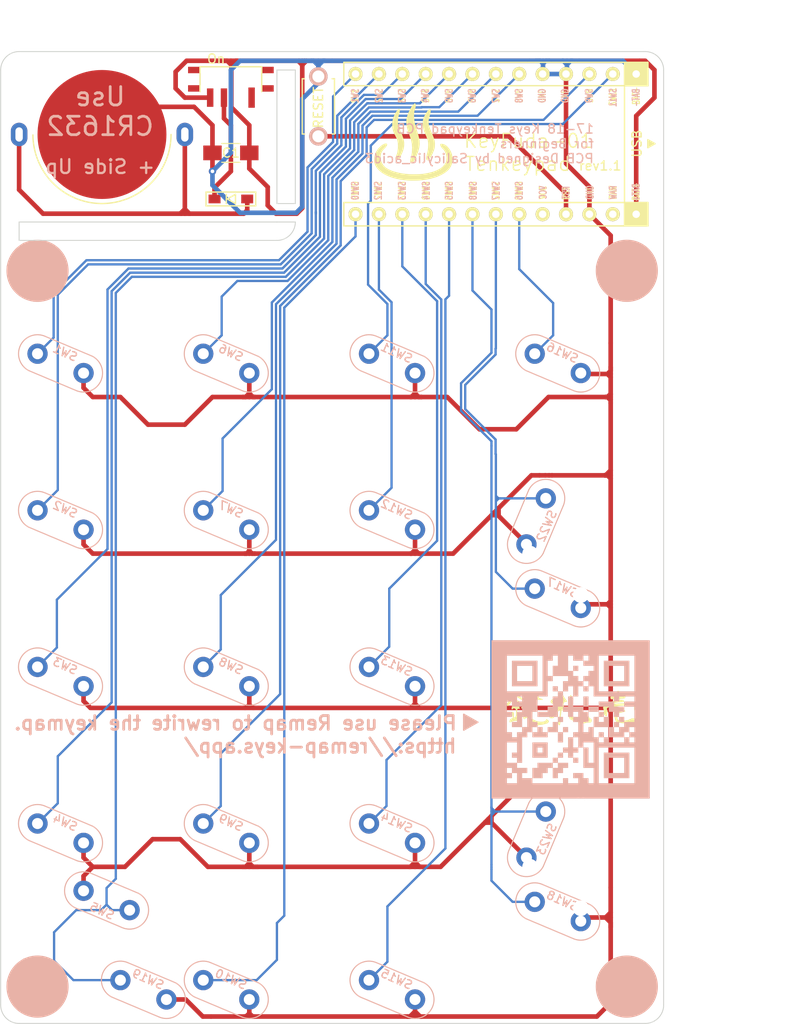
<source format=kicad_pcb>
(kicad_pcb (version 20171130) (host pcbnew "(5.1.10)-1")
  (layers (0 F.Cu signal) (31 B.Cu signal) (34 B.Paste user) (35 F.Paste user) (36 B.SilkS user) (37 F.SilkS user) (38 B.Mask user) (39 F.Mask user) (44 Edge.Cuts user))
  (net 0 "")
  (net 1 GND)
  (net 2 VCC)
  (net 3 Reset)
  (net 4 "Net-(U1-Pad24)")
  (net 5 "Net-(BT1-Pad1)")
  (net 6 Bat+)
  (net 7 "Net-(D1-Pad1)")
  (net 8 SW1)
  (net 9 SW2)
  (net 10 SW3)
  (net 11 SW4)
  (net 12 SW5)
  (net 13 SW6)
  (net 14 SW7)
  (net 15 SW8)
  (net 16 SW9)
  (net 17 SW10)
  (net 18 SW11)
  (net 19 SW12)
  (net 20 SW13)
  (net 21 SW14)
  (net 22 SW15)
  (net 23 SW17)
  (net 24 SW18)
  (net 25 SW16)
  (net 26 "Net-(SW21-Pad1)")
  (module kbd_SW:Choc_v1_solder (layer F.Cu) (at 84 118.5 270)
    (fp_text reference SW23 (at -2 3.7 246) (layer B.SilkS) (effects (font (size 0.9 0.9)) (justify mirror)))
    (fp_text value SW_PUSH hide)
    (pad "" np_thru_hole circle (at 0 0) (size 3.4 3.4) (drill 3.4) (layers *.Cu *.Mask))
    (pad 2 thru_hole circle (at 0 5.9 270) (size 2.2 2.2) (drill 1.2) (layers *.Cu *.Mask) (net 1 GND))
    (pad 1 thru_hole circle (at -5 3.8 270) (size 2.2 2.2) (drill 1.2) (layers *.Cu *.Mask) (net 24 SW18))
    (pad "" np_thru_hole circle (at -5.5 0 270) (size 1.7 1.7) (drill 1.7) (layers *.Cu *.Mask))
    (pad "" np_thru_hole circle (at 5.5 0 270) (size 1.7 1.7) (drill 1.7) (layers *.Cu *.Mask))
  )
  (module kbd_SW:Choc_v1_solder (layer F.Cu) (at 84 84.5 270)
    (fp_text reference SW22 (at -2 3.7 246) (layer B.SilkS) (effects (font (size 0.9 0.9)) (justify mirror)))
    (fp_text value SW_PUSH hide)
    (pad "" np_thru_hole circle (at 0 0) (size 3.4 3.4) (drill 3.4) (layers *.Cu *.Mask))
    (pad 2 thru_hole circle (at 0 5.9 270) (size 2.2 2.2) (drill 1.2) (layers *.Cu *.Mask) (net 1 GND))
    (pad 1 thru_hole circle (at -5 3.8 270) (size 2.2 2.2) (drill 1.2) (layers *.Cu *.Mask) (net 23 SW17))
    (pad "" np_thru_hole circle (at -5.5 0 270) (size 1.7 1.7) (drill 1.7) (layers *.Cu *.Mask))
    (pad "" np_thru_hole circle (at 5.5 0 270) (size 1.7 1.7) (drill 1.7) (layers *.Cu *.Mask))
  )
  (module kbd_SW:Choc_v1_solder (layer F.Cu) (at 84 119.5)
    (fp_text reference SW18 (at -2 3.7 -24) (layer B.SilkS) (effects (font (size 0.9 0.9)) (justify mirror)))
    (fp_text value SW_PUSH hide)
    (pad "" np_thru_hole circle (at 0 0 90) (size 3.4 3.4) (drill 3.4) (layers *.Cu *.Mask))
    (pad 2 thru_hole circle (at 0 5.9) (size 2.2 2.2) (drill 1.2) (layers *.Cu *.Mask) (net 1 GND))
    (pad 1 thru_hole circle (at -5 3.8) (size 2.2 2.2) (drill 1.2) (layers *.Cu *.Mask) (net 24 SW18))
    (pad "" np_thru_hole circle (at -5.5 0) (size 1.7 1.7) (drill 1.7) (layers *.Cu *.Mask))
    (pad "" np_thru_hole circle (at 5.5 0) (size 1.7 1.7) (drill 1.7) (layers *.Cu *.Mask))
  )
  (module kbd_SW:Choc_v1_solder (layer F.Cu) (at 84 85.5)
    (fp_text reference SW17 (at -2 3.7 -24) (layer B.SilkS) (effects (font (size 0.9 0.9)) (justify mirror)))
    (fp_text value SW_PUSH hide)
    (pad "" np_thru_hole circle (at 0 0 90) (size 3.4 3.4) (drill 3.4) (layers *.Cu *.Mask))
    (pad 2 thru_hole circle (at 0 5.9) (size 2.2 2.2) (drill 1.2) (layers *.Cu *.Mask) (net 1 GND))
    (pad 1 thru_hole circle (at -5 3.8) (size 2.2 2.2) (drill 1.2) (layers *.Cu *.Mask) (net 23 SW17))
    (pad "" np_thru_hole circle (at -5.5 0) (size 1.7 1.7) (drill 1.7) (layers *.Cu *.Mask))
    (pad "" np_thru_hole circle (at 5.5 0) (size 1.7 1.7) (drill 1.7) (layers *.Cu *.Mask))
  )
  (module kbd_SW:Choc_v1_solder (layer F.Cu) (at 39 128)
    (fp_text reference SW19 (at -2 3.7 -24) (layer B.SilkS) (effects (font (size 0.9 0.9)) (justify mirror)))
    (fp_text value SW_PUSH hide)
    (pad "" np_thru_hole circle (at 0 0 90) (size 3.4 3.4) (drill 3.4) (layers *.Cu *.Mask))
    (pad 2 thru_hole circle (at 0 5.9) (size 2.2 2.2) (drill 1.2) (layers *.Cu *.Mask) (net 1 GND))
    (pad 1 thru_hole circle (at -5 3.8) (size 2.2 2.2) (drill 1.2) (layers *.Cu *.Mask) (net 12 SW5))
    (pad "" np_thru_hole circle (at -5.5 0) (size 1.7 1.7) (drill 1.7) (layers *.Cu *.Mask))
    (pad "" np_thru_hole circle (at 5.5 0) (size 1.7 1.7) (drill 1.7) (layers *.Cu *.Mask))
  )
  (module kbd_SW:Choc_v1_solder (layer F.Cu) (at 66 111)
    (fp_text reference SW14 (at -2 3.7 -24) (layer B.SilkS) (effects (font (size 0.9 0.9)) (justify mirror)))
    (fp_text value SW_PUSH hide)
    (pad "" np_thru_hole circle (at 0 0 90) (size 3.4 3.4) (drill 3.4) (layers *.Cu *.Mask))
    (pad 2 thru_hole circle (at 0 5.9) (size 2.2 2.2) (drill 1.2) (layers *.Cu *.Mask) (net 1 GND))
    (pad 1 thru_hole circle (at -5 3.8) (size 2.2 2.2) (drill 1.2) (layers *.Cu *.Mask) (net 21 SW14))
    (pad "" np_thru_hole circle (at -5.5 0) (size 1.7 1.7) (drill 1.7) (layers *.Cu *.Mask))
    (pad "" np_thru_hole circle (at 5.5 0) (size 1.7 1.7) (drill 1.7) (layers *.Cu *.Mask))
  )
  (module kbd_SW:Choc_v1_solder (layer F.Cu) (at 48 77)
    (fp_text reference SW7 (at -2 3.7 -24) (layer B.SilkS) (effects (font (size 0.9 0.9)) (justify mirror)))
    (fp_text value SW_PUSH hide)
    (pad "" np_thru_hole circle (at 0 0 90) (size 3.4 3.4) (drill 3.4) (layers *.Cu *.Mask))
    (pad 2 thru_hole circle (at 0 5.9) (size 2.2 2.2) (drill 1.2) (layers *.Cu *.Mask) (net 1 GND))
    (pad 1 thru_hole circle (at -5 3.8) (size 2.2 2.2) (drill 1.2) (layers *.Cu *.Mask) (net 14 SW7))
    (pad "" np_thru_hole circle (at -5.5 0) (size 1.7 1.7) (drill 1.7) (layers *.Cu *.Mask))
    (pad "" np_thru_hole circle (at 5.5 0) (size 1.7 1.7) (drill 1.7) (layers *.Cu *.Mask))
  )
  (module kbd_SW:Choc_v1_solder (layer F.Cu) (at 84 60)
    (fp_text reference SW16 (at -2 3.7 -24) (layer B.SilkS) (effects (font (size 0.9 0.9)) (justify mirror)))
    (fp_text value SW_PUSH hide)
    (pad "" np_thru_hole circle (at 0 0 90) (size 3.4 3.4) (drill 3.4) (layers *.Cu *.Mask))
    (pad 2 thru_hole circle (at 0 5.9) (size 2.2 2.2) (drill 1.2) (layers *.Cu *.Mask) (net 1 GND))
    (pad 1 thru_hole circle (at -5 3.8) (size 2.2 2.2) (drill 1.2) (layers *.Cu *.Mask) (net 25 SW16))
    (pad "" np_thru_hole circle (at -5.5 0) (size 1.7 1.7) (drill 1.7) (layers *.Cu *.Mask))
    (pad "" np_thru_hole circle (at 5.5 0) (size 1.7 1.7) (drill 1.7) (layers *.Cu *.Mask))
  )
  (module kbd_SW:Choc_v1_solder (layer F.Cu) (at 66 128)
    (fp_text reference SW15 (at -2 3.7 -24) (layer B.SilkS) (effects (font (size 0.9 0.9)) (justify mirror)))
    (fp_text value SW_PUSH hide)
    (pad "" np_thru_hole circle (at 0 0 90) (size 3.4 3.4) (drill 3.4) (layers *.Cu *.Mask))
    (pad 2 thru_hole circle (at 0 5.9) (size 2.2 2.2) (drill 1.2) (layers *.Cu *.Mask) (net 1 GND))
    (pad 1 thru_hole circle (at -5 3.8) (size 2.2 2.2) (drill 1.2) (layers *.Cu *.Mask) (net 22 SW15))
    (pad "" np_thru_hole circle (at -5.5 0) (size 1.7 1.7) (drill 1.7) (layers *.Cu *.Mask))
    (pad "" np_thru_hole circle (at 5.5 0) (size 1.7 1.7) (drill 1.7) (layers *.Cu *.Mask))
  )
  (module kbd_SW:Choc_v1_solder (layer F.Cu) (at 66 94)
    (fp_text reference SW13 (at -2 3.7 -24) (layer B.SilkS) (effects (font (size 0.9 0.9)) (justify mirror)))
    (fp_text value SW_PUSH hide)
    (pad "" np_thru_hole circle (at 0 0 90) (size 3.4 3.4) (drill 3.4) (layers *.Cu *.Mask))
    (pad 2 thru_hole circle (at 0 5.9) (size 2.2 2.2) (drill 1.2) (layers *.Cu *.Mask) (net 1 GND))
    (pad 1 thru_hole circle (at -5 3.8) (size 2.2 2.2) (drill 1.2) (layers *.Cu *.Mask) (net 20 SW13))
    (pad "" np_thru_hole circle (at -5.5 0) (size 1.7 1.7) (drill 1.7) (layers *.Cu *.Mask))
    (pad "" np_thru_hole circle (at 5.5 0) (size 1.7 1.7) (drill 1.7) (layers *.Cu *.Mask))
  )
  (module kbd_SW:Choc_v1_solder (layer F.Cu) (at 66 77)
    (fp_text reference SW12 (at -2 3.7 -24) (layer B.SilkS) (effects (font (size 0.9 0.9)) (justify mirror)))
    (fp_text value SW_PUSH hide)
    (pad "" np_thru_hole circle (at 0 0 90) (size 3.4 3.4) (drill 3.4) (layers *.Cu *.Mask))
    (pad 2 thru_hole circle (at 0 5.9) (size 2.2 2.2) (drill 1.2) (layers *.Cu *.Mask) (net 1 GND))
    (pad 1 thru_hole circle (at -5 3.8) (size 2.2 2.2) (drill 1.2) (layers *.Cu *.Mask) (net 19 SW12))
    (pad "" np_thru_hole circle (at -5.5 0) (size 1.7 1.7) (drill 1.7) (layers *.Cu *.Mask))
    (pad "" np_thru_hole circle (at 5.5 0) (size 1.7 1.7) (drill 1.7) (layers *.Cu *.Mask))
  )
  (module kbd_SW:Choc_v1_solder (layer F.Cu) (at 66 60)
    (fp_text reference SW11 (at -2 3.7 -24) (layer B.SilkS) (effects (font (size 0.9 0.9)) (justify mirror)))
    (fp_text value SW_PUSH hide)
    (pad "" np_thru_hole circle (at 0 0 90) (size 3.4 3.4) (drill 3.4) (layers *.Cu *.Mask))
    (pad 2 thru_hole circle (at 0 5.9) (size 2.2 2.2) (drill 1.2) (layers *.Cu *.Mask) (net 1 GND))
    (pad 1 thru_hole circle (at -5 3.8) (size 2.2 2.2) (drill 1.2) (layers *.Cu *.Mask) (net 18 SW11))
    (pad "" np_thru_hole circle (at -5.5 0) (size 1.7 1.7) (drill 1.7) (layers *.Cu *.Mask))
    (pad "" np_thru_hole circle (at 5.5 0) (size 1.7 1.7) (drill 1.7) (layers *.Cu *.Mask))
  )
  (module kbd_SW:Choc_v1_solder (layer F.Cu) (at 48 128)
    (fp_text reference SW10 (at -2 3.7 -24) (layer B.SilkS) (effects (font (size 0.9 0.9)) (justify mirror)))
    (fp_text value SW_PUSH hide)
    (pad "" np_thru_hole circle (at 0 0 90) (size 3.4 3.4) (drill 3.4) (layers *.Cu *.Mask))
    (pad 2 thru_hole circle (at 0 5.9) (size 2.2 2.2) (drill 1.2) (layers *.Cu *.Mask) (net 1 GND))
    (pad 1 thru_hole circle (at -5 3.8) (size 2.2 2.2) (drill 1.2) (layers *.Cu *.Mask) (net 17 SW10))
    (pad "" np_thru_hole circle (at -5.5 0) (size 1.7 1.7) (drill 1.7) (layers *.Cu *.Mask))
    (pad "" np_thru_hole circle (at 5.5 0) (size 1.7 1.7) (drill 1.7) (layers *.Cu *.Mask))
  )
  (module kbd_SW:Choc_v1_solder (layer F.Cu) (at 48 111)
    (fp_text reference SW9 (at -2 3.7 -24) (layer B.SilkS) (effects (font (size 0.9 0.9)) (justify mirror)))
    (fp_text value SW_PUSH hide)
    (pad "" np_thru_hole circle (at 0 0 90) (size 3.4 3.4) (drill 3.4) (layers *.Cu *.Mask))
    (pad 2 thru_hole circle (at 0 5.9) (size 2.2 2.2) (drill 1.2) (layers *.Cu *.Mask) (net 1 GND))
    (pad 1 thru_hole circle (at -5 3.8) (size 2.2 2.2) (drill 1.2) (layers *.Cu *.Mask) (net 16 SW9))
    (pad "" np_thru_hole circle (at -5.5 0) (size 1.7 1.7) (drill 1.7) (layers *.Cu *.Mask))
    (pad "" np_thru_hole circle (at 5.5 0) (size 1.7 1.7) (drill 1.7) (layers *.Cu *.Mask))
  )
  (module kbd_SW:Choc_v1_solder (layer F.Cu) (at 48 94)
    (fp_text reference SW8 (at -2 3.7 -24) (layer B.SilkS) (effects (font (size 0.9 0.9)) (justify mirror)))
    (fp_text value SW_PUSH hide)
    (pad "" np_thru_hole circle (at 0 0 90) (size 3.4 3.4) (drill 3.4) (layers *.Cu *.Mask))
    (pad 2 thru_hole circle (at 0 5.9) (size 2.2 2.2) (drill 1.2) (layers *.Cu *.Mask) (net 1 GND))
    (pad 1 thru_hole circle (at -5 3.8) (size 2.2 2.2) (drill 1.2) (layers *.Cu *.Mask) (net 15 SW8))
    (pad "" np_thru_hole circle (at -5.5 0) (size 1.7 1.7) (drill 1.7) (layers *.Cu *.Mask))
    (pad "" np_thru_hole circle (at 5.5 0) (size 1.7 1.7) (drill 1.7) (layers *.Cu *.Mask))
  )
  (module kbd_SW:Choc_v1_solder (layer F.Cu) (at 48 60)
    (fp_text reference SW6 (at -2 3.7 -24) (layer B.SilkS) (effects (font (size 0.9 0.9)) (justify mirror)))
    (fp_text value SW_PUSH hide)
    (pad "" np_thru_hole circle (at 0 0 90) (size 3.4 3.4) (drill 3.4) (layers *.Cu *.Mask))
    (pad 2 thru_hole circle (at 0 5.9) (size 2.2 2.2) (drill 1.2) (layers *.Cu *.Mask) (net 1 GND))
    (pad 1 thru_hole circle (at -5 3.8) (size 2.2 2.2) (drill 1.2) (layers *.Cu *.Mask) (net 13 SW6))
    (pad "" np_thru_hole circle (at -5.5 0) (size 1.7 1.7) (drill 1.7) (layers *.Cu *.Mask))
    (pad "" np_thru_hole circle (at 5.5 0) (size 1.7 1.7) (drill 1.7) (layers *.Cu *.Mask))
  )
  (module kbd_SW:Choc_v1_solder (layer F.Cu) (at 30 128 180)
    (fp_text reference SW5 (at -2 3.7 336) (layer B.SilkS) (effects (font (size 0.9 0.9)) (justify mirror)))
    (fp_text value SW_PUSH hide)
    (pad "" np_thru_hole circle (at 0 0 270) (size 3.4 3.4) (drill 3.4) (layers *.Cu *.Mask))
    (pad 2 thru_hole circle (at 0 5.9 180) (size 2.2 2.2) (drill 1.2) (layers *.Cu *.Mask) (net 1 GND))
    (pad 1 thru_hole circle (at -5 3.8 180) (size 2.2 2.2) (drill 1.2) (layers *.Cu *.Mask) (net 12 SW5))
    (pad "" np_thru_hole circle (at -5.5 0 180) (size 1.7 1.7) (drill 1.7) (layers *.Cu *.Mask))
    (pad "" np_thru_hole circle (at 5.5 0 180) (size 1.7 1.7) (drill 1.7) (layers *.Cu *.Mask))
  )
  (module kbd_SW:Choc_v1_solder (layer F.Cu) (at 30 111)
    (fp_text reference SW4 (at -2 3.7 -24) (layer B.SilkS) (effects (font (size 0.9 0.9)) (justify mirror)))
    (fp_text value SW_PUSH hide)
    (pad "" np_thru_hole circle (at 0 0 90) (size 3.4 3.4) (drill 3.4) (layers *.Cu *.Mask))
    (pad 2 thru_hole circle (at 0 5.9) (size 2.2 2.2) (drill 1.2) (layers *.Cu *.Mask) (net 1 GND))
    (pad 1 thru_hole circle (at -5 3.8) (size 2.2 2.2) (drill 1.2) (layers *.Cu *.Mask) (net 11 SW4))
    (pad "" np_thru_hole circle (at -5.5 0) (size 1.7 1.7) (drill 1.7) (layers *.Cu *.Mask))
    (pad "" np_thru_hole circle (at 5.5 0) (size 1.7 1.7) (drill 1.7) (layers *.Cu *.Mask))
  )
  (module kbd_SW:Choc_v1_solder (layer F.Cu) (at 30 94)
    (fp_text reference SW3 (at -2 3.7 -24) (layer B.SilkS) (effects (font (size 0.9 0.9)) (justify mirror)))
    (fp_text value SW_PUSH hide)
    (pad "" np_thru_hole circle (at 0 0 90) (size 3.4 3.4) (drill 3.4) (layers *.Cu *.Mask))
    (pad 2 thru_hole circle (at 0 5.9) (size 2.2 2.2) (drill 1.2) (layers *.Cu *.Mask) (net 1 GND))
    (pad 1 thru_hole circle (at -5 3.8) (size 2.2 2.2) (drill 1.2) (layers *.Cu *.Mask) (net 10 SW3))
    (pad "" np_thru_hole circle (at -5.5 0) (size 1.7 1.7) (drill 1.7) (layers *.Cu *.Mask))
    (pad "" np_thru_hole circle (at 5.5 0) (size 1.7 1.7) (drill 1.7) (layers *.Cu *.Mask))
  )
  (module kbd_SW:Choc_v1_solder (layer F.Cu) (at 30 77)
    (fp_text reference SW2 (at -2 3.7 -24) (layer B.SilkS) (effects (font (size 0.9 0.9)) (justify mirror)))
    (fp_text value SW_PUSH hide)
    (pad "" np_thru_hole circle (at 0 0 90) (size 3.4 3.4) (drill 3.4) (layers *.Cu *.Mask))
    (pad 2 thru_hole circle (at 0 5.9) (size 2.2 2.2) (drill 1.2) (layers *.Cu *.Mask) (net 1 GND))
    (pad 1 thru_hole circle (at -5 3.8) (size 2.2 2.2) (drill 1.2) (layers *.Cu *.Mask) (net 9 SW2))
    (pad "" np_thru_hole circle (at -5.5 0) (size 1.7 1.7) (drill 1.7) (layers *.Cu *.Mask))
    (pad "" np_thru_hole circle (at 5.5 0) (size 1.7 1.7) (drill 1.7) (layers *.Cu *.Mask))
  )
  (module kbd_SW:Choc_v1_solder (layer F.Cu) (at 30 60)
    (fp_text reference SW1 (at -2 3.7 -24) (layer B.SilkS) (effects (font (size 0.9 0.9)) (justify mirror)))
    (fp_text value SW_PUSH hide)
    (pad "" np_thru_hole circle (at 0 0 90) (size 3.4 3.4) (drill 3.4) (layers *.Cu *.Mask))
    (pad 2 thru_hole circle (at 0 5.9) (size 2.2 2.2) (drill 1.2) (layers *.Cu *.Mask) (net 1 GND))
    (pad 1 thru_hole circle (at -5 3.8) (size 2.2 2.2) (drill 1.2) (layers *.Cu *.Mask) (net 8 SW1))
    (pad "" np_thru_hole circle (at -5.5 0) (size 1.7 1.7) (drill 1.7) (layers *.Cu *.Mask))
    (pad "" np_thru_hole circle (at 5.5 0) (size 1.7 1.7) (drill 1.7) (layers *.Cu *.Mask))
  )
  (module kbd_Logo:kagifuda1 (layer F.Cu) (at 83.5 102.5)
    (fp_text reference G*** hide)
    (fp_text value LOGO hide)
  )
  (module kbd_Logo:Re (layer B.Cu) (at 82.9 103.5 180)
    (fp_text reference G*** hide)
    (fp_text value LOGO hide)
  )
  (module kbd_Hole:m2_Screw_Hole (layer F.Cu) (at 77.5 132.5)
    (fp_text reference Ref**)
    (fp_text value Val**)
    (pad "" np_thru_hole circle (at 0 0) (size 2.2 2.2) (drill 2.2) (layers *.Cu *.Mask))
  )
  (module kbd_Hole:m2_Screw_Hole (layer F.Cu) (at 39 119.5)
    (fp_text reference Ref**)
    (fp_text value Val**)
    (pad "" np_thru_hole circle (at 0 0) (size 2.2 2.2) (drill 2.2) (layers *.Cu *.Mask))
  )
  (module kbd_Hole:m2_Screw_Hole (layer F.Cu) (at 75 68.5)
    (fp_text reference Ref**)
    (fp_text value Val**)
    (pad "" np_thru_hole circle (at 0 0) (size 2.2 2.2) (drill 2.2) (layers *.Cu *.Mask))
  )
  (module kbd_Hole:m2_Screw_Hole (layer F.Cu) (at 39 68.5)
    (fp_text reference Ref**)
    (fp_text value Val**)
    (pad "" np_thru_hole circle (at 0 0) (size 2.2 2.2) (drill 2.2) (layers *.Cu *.Mask))
  )
  (module kbd_Logo:onsen_smallS (layer F.Cu) (at 65.8 40.8)
    (fp_text reference G*** hide)
    (fp_text value LOGO hide)
  )
  (module kbd_Parts:Micon_BMP_7sKB (layer F.Cu) (at 73 41 270)
    (fp_text reference U1 hide)
    (fp_text value Micon_BLEMicroPro hide)
    (fp_text user USB (at 0 -17.1 90) (layer F.SilkS))
    (fp_text user SW5 (at -5.2 3.302 90) (layer F.SilkS) (effects (font (size 0.75 0.5) (thickness 0.125))))
    (fp_text user SW14 (at 5.1 5.8 90) (layer F.SilkS) (effects (font (size 0.75 0.5) (thickness 0.125))))
    (fp_text user SW4 (at -5.2 5.85 90) (layer F.SilkS) (effects (font (size 0.75 0.5) (thickness 0.125))))
    (fp_text user SW13 (at 5.1 8.4 90) (layer F.SilkS) (effects (font (size 0.75 0.5) (thickness 0.125))))
    (fp_text user SW3 (at -5.2 8.4 90) (layer F.SilkS) (effects (font (size 0.75 0.5) (thickness 0.125))))
    (fp_text user SW12 (at 5.1 11 90) (layer F.SilkS) (effects (font (size 0.75 0.5) (thickness 0.125))))
    (fp_text user SW2 (at -5.2 10.922 90) (layer F.SilkS) (effects (font (size 0.75 0.5) (thickness 0.125))))
    (fp_text user SW1 (at -5.2 13.5255 90) (layer F.SilkS) (effects (font (size 0.75 0.5) (thickness 0.125))))
    (fp_text user SW10 (at 5.1 13.5 90) (layer F.SilkS) (effects (font (size 0.75 0.5) (thickness 0.125))))
    (fp_text user SW16 (at 5.1 -4.3 90) (layer F.SilkS) (effects (font (size 0.75 0.5) (thickness 0.125))))
    (fp_text user SW8 (at -5.2 -4.3 90) (layer F.SilkS) (effects (font (size 0.75 0.5) (thickness 0.125))))
    (fp_text user SW17 (at 5.1 -1.8 90) (layer F.SilkS) (effects (font (size 0.75 0.5) (thickness 0.125))))
    (fp_text user SW7 (at -5.2 -1.778 90) (layer F.SilkS) (effects (font (size 0.75 0.5) (thickness 0.125))))
    (fp_text user SW18 (at 5.1 0.7 90) (layer F.SilkS) (effects (font (size 0.75 0.5) (thickness 0.125))))
    (fp_text user SW6 (at -5.2 0.8 90) (layer F.SilkS) (effects (font (size 0.75 0.5) (thickness 0.125))))
    (fp_text user SW15 (at 5.1 3.3 90) (layer F.SilkS) (effects (font (size 0.75 0.5) (thickness 0.125))))
    (fp_text user GND (at -5.2 -6.7945 90) (layer F.SilkS) (effects (font (size 0.75 0.5) (thickness 0.125))))
    (fp_text user VCC (at 5.3 -6.9 90) (layer F.SilkS) (effects (font (size 0.75 0.5) (thickness 0.125))))
    (fp_text user GND (at -5.2 -9.3 90) (layer F.SilkS) (effects (font (size 0.75 0.5) (thickness 0.125))))
    (fp_text user RST (at 5.4 -9.4 90) (layer F.SilkS) (effects (font (size 0.75 0.5) (thickness 0.125))))
    (fp_text user SW9 (at -5.2 -11.95 90) (layer F.SilkS) (effects (font (size 0.75 0.5) (thickness 0.125))))
    (fp_text user GND (at 5.3 -12 90) (layer F.SilkS) (effects (font (size 0.75 0.5) (thickness 0.125))))
    (fp_text user SW11 (at -5.1 -14.478 90) (layer F.SilkS) (effects (font (size 0.75 0.5) (thickness 0.125))))
    (fp_text user RAW (at 5.3 -14.5 90) (layer F.SilkS) (effects (font (size 0.75 0.5) (thickness 0.125))))
    (fp_text user "" (at 1.2993 -16.256 90) (layer B.SilkS) (effects (justify mirror)))
    (fp_text user "" (at 0.5928 -17.25 90) (layer F.SilkS))
    (fp_text user BAT+ (at 5.2 -17 90) (layer F.SilkS) (effects (font (size 0.75 0.5) (thickness 0.125))))
    (fp_text user BAT- (at -5.2072 -17.018 90) (layer F.SilkS) (effects (font (size 0.75 0.5) (thickness 0.125))))
    (pad 24 thru_hole circle (at 7.6564 -14.478 270) (size 1.524 1.524) (drill 0.8128) (layers *.Cu *.Mask F.SilkS) (net 4 "Net-(U1-Pad24)"))
    (pad 23 thru_hole circle (at 7.6564 -11.938 270) (size 1.524 1.524) (drill 0.8128) (layers *.Cu *.Mask F.SilkS) (net 1 GND))
    (pad 22 thru_hole circle (at 7.6564 -9.398 270) (size 1.524 1.524) (drill 0.8128) (layers *.Cu *.Mask F.SilkS) (net 3 Reset))
    (pad 21 thru_hole circle (at 7.6564 -6.858 270) (size 1.524 1.524) (drill 0.8128) (layers *.Cu *.Mask F.SilkS) (net 2 VCC))
    (pad 20 thru_hole circle (at 7.6564 -4.318 270) (size 1.524 1.524) (drill 0.8128) (layers *.Cu *.Mask F.SilkS) (net 25 SW16))
    (pad 19 thru_hole circle (at 7.6564 -1.778 270) (size 1.524 1.524) (drill 0.8128) (layers *.Cu *.Mask F.SilkS) (net 23 SW17))
    (pad 18 thru_hole circle (at 7.6564 0.762 270) (size 1.524 1.524) (drill 0.8128) (layers *.Cu *.Mask F.SilkS) (net 24 SW18))
    (pad 17 thru_hole circle (at 7.6564 3.302 270) (size 1.524 1.524) (drill 0.8128) (layers *.Cu *.Mask F.SilkS) (net 22 SW15))
    (pad 16 thru_hole circle (at 7.6564 5.842 270) (size 1.524 1.524) (drill 0.8128) (layers *.Cu *.Mask F.SilkS) (net 21 SW14))
    (pad 15 thru_hole circle (at 7.6564 8.382 270) (size 1.524 1.524) (drill 0.8128) (layers *.Cu *.Mask F.SilkS) (net 20 SW13))
    (pad 14 thru_hole circle (at 7.6564 10.922 270) (size 1.524 1.524) (drill 0.8128) (layers *.Cu *.Mask F.SilkS) (net 19 SW12))
    (pad 13 thru_hole circle (at 7.6564 13.462 270) (size 1.524 1.524) (drill 0.8128) (layers *.Cu *.Mask F.SilkS) (net 17 SW10))
    (pad 12 thru_hole circle (at -7.5636 13.462 270) (size 1.524 1.524) (drill 0.8128) (layers *.Cu *.Mask F.SilkS) (net 8 SW1))
    (pad 11 thru_hole circle (at -7.5636 10.922 270) (size 1.524 1.524) (drill 0.8128) (layers *.Cu *.Mask F.SilkS) (net 9 SW2))
    (pad 10 thru_hole circle (at -7.5636 8.382 270) (size 1.524 1.524) (drill 0.8128) (layers *.Cu *.Mask F.SilkS) (net 10 SW3))
    (pad 9 thru_hole circle (at -7.5636 5.842 270) (size 1.524 1.524) (drill 0.8128) (layers *.Cu *.Mask F.SilkS) (net 11 SW4))
    (pad 8 thru_hole circle (at -7.5636 3.302 270) (size 1.524 1.524) (drill 0.8128) (layers *.Cu *.Mask F.SilkS) (net 12 SW5))
    (pad 7 thru_hole circle (at -7.5636 0.762 270) (size 1.524 1.524) (drill 0.8128) (layers *.Cu *.Mask F.SilkS) (net 13 SW6))
    (pad 6 thru_hole circle (at -7.5636 -1.778 270) (size 1.524 1.524) (drill 0.8128) (layers *.Cu *.Mask F.SilkS) (net 14 SW7))
    (pad 5 thru_hole circle (at -7.5636 -4.318 270) (size 1.524 1.524) (drill 0.8128) (layers *.Cu *.Mask F.SilkS) (net 15 SW8))
    (pad 4 thru_hole circle (at -7.5636 -6.858 270) (size 1.524 1.524) (drill 0.8128) (layers *.Cu *.Mask F.SilkS) (net 1 GND))
    (pad 3 thru_hole circle (at -7.5636 -9.398 270) (size 1.524 1.524) (drill 0.8128) (layers *.Cu *.Mask F.SilkS) (net 1 GND))
    (pad 2 thru_hole circle (at -7.5636 -11.938 270) (size 1.524 1.524) (drill 0.8128) (layers *.Cu *.Mask F.SilkS) (net 16 SW9))
    (pad 1 thru_hole circle (at -7.5636 -14.478 270) (size 1.524 1.524) (drill 0.8128) (layers *.Cu *.Mask F.SilkS) (net 18 SW11))
    (pad 26 thru_hole circle (at -7.5636 -17.018 270) (size 1.524 1.524) (drill 0.8128) (layers *.Cu *.Mask F.SilkS) (net 1 GND))
    (pad 25 thru_hole circle (at 7.6564 -17.018 270) (size 1.524 1.524) (drill 0.8128) (layers *.Cu *.Mask F.SilkS) (net 6 Bat+))
  )
  (module kbd_Parts:TGSW_MK12C02 (layer F.Cu) (at 46 34 180)
    (fp_text reference SW21 hide)
    (fp_text value SW_Push_SPDT)
    (pad 4 smd rect (at 4 1 90) (size 0.7 1.3) (layers F.Cu F.Paste F.Mask))
    (pad 4 smd rect (at 4 -1 90) (size 0.7 1.3) (layers F.Cu F.Paste F.Mask))
    (pad 4 smd rect (at -4 -1 90) (size 0.7 1.3) (layers F.Cu F.Paste F.Mask))
    (pad 4 smd rect (at -4 1 90) (size 0.7 1.3) (layers F.Cu F.Paste F.Mask))
    (pad 1 smd rect (at -2.25 -2 180) (size 0.7 2.2) (layers F.Cu F.Paste F.Mask) (net 26 "Net-(SW21-Pad1)"))
    (pad 3 smd rect (at 2.25 -2 180) (size 0.7 2) (layers F.Cu F.Paste F.Mask) (net 6 Bat+))
    (pad 2 smd rect (at 0.75 -2 180) (size 0.7 2) (layers F.Cu F.Paste F.Mask) (net 7 "Net-(D1-Pad1)"))
    (pad "" np_thru_hole circle (at -1.5 0 180) (size 0.9 0.9) (drill 0.9) (layers *.Cu *.Mask))
    (pad "" np_thru_hole circle (at 1.5 0 180) (size 0.9 0.9) (drill 0.9) (layers *.Cu *.Mask))
  )
  (module kbd_Parts:ResetSW (layer B.Cu) (at 55.5 36.95 270)
    (fp_text reference SW20 hide)
    (fp_text value SW_PUSH)
    (fp_text user RESET (at 0.127 0 270) (layer F.SilkS))
    (pad 2 thru_hole circle (at -3.25 0 270) (size 2 2) (drill 1.3) (layers *.Cu *.Mask B.SilkS) (net 1 GND))
    (pad 1 thru_hole circle (at 3.25 0 270) (size 2 2) (drill 1.3) (layers *.Cu *.Mask B.SilkS) (net 3 Reset))
  )
  (module kbd_Parts:Diode_SMD (layer B.Cu) (at 46 47)
    (fp_text reference D1 hide)
    (fp_text value D hide)
    (pad 2 smd rect (at 1.775 0) (size 1.3 0.95) (layers F.Cu F.Paste F.Mask) (net 5 "Net-(BT1-Pad1)"))
    (pad 1 smd rect (at -1.775 0) (size 1.3 0.95) (layers F.Cu F.Paste F.Mask) (net 7 "Net-(D1-Pad1)"))
  )
  (module kbd_Parts:Capacitor_1206 (layer F.Cu) (at 46 42 180)
    (fp_text reference C1 (at 0 0) (layer F.SilkS))
    (fp_text value C)
    (pad 1 smd rect (at -2 0 180) (size 2 1.6) (layers F.Cu F.Paste F.Mask) (net 6 Bat+))
    (pad 2 smd rect (at 2 0 180) (size 2 1.6) (layers F.Cu F.Paste F.Mask) (net 1 GND))
  )
  (module kbd_Parts:Battery_ali_CR1632 (layer F.Cu) (at 32 40)
    (fp_text reference BT1 hide)
    (fp_text value Battery_Cell)
    (pad 1 thru_hole oval (at 9 0) (size 1.8 2.55) (drill oval 0.8 1.55) (layers *.Cu *.Mask) (net 5 "Net-(BT1-Pad1)"))
    (pad 2 smd circle (at 0 0) (size 14 14) (layers F.Cu F.Mask) (net 1 GND))
    (pad 1 thru_hole oval (at -9 0) (size 1.8 2.55) (drill oval 0.8 1.55) (layers *.Cu *.Mask) (net 5 "Net-(BT1-Pad1)"))
  )
  (gr_text Tenkeypad (at 71.3 43.2) (layer F.SilkS) (effects (font (size 1.5 1.5)) (justify left)))
  (gr_text rev1.1 (at 83.7 43.4) (layer F.SilkS) (effects (font (size 1 1)) (justify left)))
  (gr_text "+ Side Up" (at 31.8 43.5) (layer B.SilkS) (effects (font (size 1.5 1.5) (thickness 0.25)) (justify mirror)))
  (gr_text "Use\nCR1632" (at 31.8 37.5) (layer B.SilkS) (effects (font (size 2 2) (thickness 0.3)) (justify mirror)))
  (gr_text BAT- (at 90 36 90) (layer B.SilkS) (effects (font (size 0.75 0.5) (thickness 0.125)) (justify mirror)))
  (gr_text BAT+ (at 90 46.3 90) (layer B.SilkS) (effects (font (size 0.75 0.5) (thickness 0.125)) (justify mirror)))
  (gr_text RAW (at 87.5 46.3 90) (layer B.SilkS) (effects (font (size 0.75 0.5) (thickness 0.125)) (justify mirror)))
  (gr_text GND (at 85 46.3 90) (layer B.SilkS) (effects (font (size 0.75 0.5) (thickness 0.125)) (justify mirror)))
  (gr_text RST (at 82.4 46.3 90) (layer B.SilkS) (effects (font (size 0.75 0.5) (thickness 0.125)) (justify mirror)))
  (gr_text VCC (at 79.9 46.3 90) (layer B.SilkS) (effects (font (size 0.75 0.5) (thickness 0.125)) (justify mirror)))
  (gr_text SW16 (at 77.3 46.1 90) (layer B.SilkS) (effects (font (size 0.75 0.5) (thickness 0.125)) (justify mirror)))
  (gr_text SW17 (at 74.8 46.1 90) (layer B.SilkS) (effects (font (size 0.75 0.5) (thickness 0.125)) (justify mirror)))
  (gr_text SW18 (at 72.3 46.1 90) (layer B.SilkS) (effects (font (size 0.75 0.5) (thickness 0.125)) (justify mirror)))
  (gr_text SW15 (at 69.7 46.1 90) (layer B.SilkS) (effects (font (size 0.75 0.5) (thickness 0.125)) (justify mirror)))
  (gr_text SW14 (at 67.2 46.1 90) (layer B.SilkS) (effects (font (size 0.75 0.5) (thickness 0.125)) (justify mirror)))
  (gr_text SW13 (at 64.6 46.1 90) (layer B.SilkS) (effects (font (size 0.75 0.5) (thickness 0.125)) (justify mirror)))
  (gr_text SW12 (at 62 46.1 90) (layer B.SilkS) (effects (font (size 0.75 0.5) (thickness 0.125)) (justify mirror)))
  (gr_text SW10 (at 59.5 46.1 90) (layer B.SilkS) (effects (font (size 0.75 0.5) (thickness 0.125)) (justify mirror)))
  (gr_text SW11 (at 87.5 36 90) (layer B.SilkS) (effects (font (size 0.75 0.5) (thickness 0.125)) (justify mirror)))
  (gr_text SW9 (at 84.9 35.8 90) (layer B.SilkS) (effects (font (size 0.75 0.5) (thickness 0.125)) (justify mirror)))
  (gr_text GND (at 82.3 35.8 90) (layer B.SilkS) (effects (font (size 0.75 0.5) (thickness 0.125)) (justify mirror)))
  (gr_text GND (at 79.8 35.8 90) (layer B.SilkS) (effects (font (size 0.75 0.5) (thickness 0.125)) (justify mirror)))
  (gr_text SW8 (at 77.3 35.8 90) (layer B.SilkS) (effects (font (size 0.75 0.5) (thickness 0.125)) (justify mirror)))
  (gr_text SW7 (at 74.8 35.8 90) (layer B.SilkS) (effects (font (size 0.75 0.5) (thickness 0.125)) (justify mirror)))
  (gr_text SW6 (at 72.2 35.8 90) (layer B.SilkS) (effects (font (size 0.75 0.5) (thickness 0.125)) (justify mirror)))
  (gr_text SW5 (at 69.7 35.8 90) (layer B.SilkS) (effects (font (size 0.75 0.5) (thickness 0.125)) (justify mirror)))
  (gr_text SW4 (at 67.1 35.8 90) (layer B.SilkS) (effects (font (size 0.75 0.5) (thickness 0.125)) (justify mirror)))
  (gr_text SW3 (at 64.6 35.8 90) (layer B.SilkS) (effects (font (size 0.75 0.5) (thickness 0.125)) (justify mirror)))
  (gr_text SW2 (at 62.1 35.8 90) (layer B.SilkS) (effects (font (size 0.75 0.5) (thickness 0.125)) (justify mirror)))
  (gr_text SW1 (at 59.5 35.8 90) (layer B.SilkS) (effects (font (size 0.75 0.5) (thickness 0.125)) (justify mirror)))
  (gr_text https://remap-keys.app/ (at 55.7 106.4) (layer B.SilkS) (effects (font (size 1.5 1.5) (thickness 0.3)) (justify mirror)))
  (gr_text ▼ (at 71.9 103.8 90) (layer B.SilkS) (effects (font (size 2 2))))
  (gr_text "Please use Remap to rewrite the keymap." (at 46.5 103.9) (layer B.SilkS) (effects (font (size 1.5 1.5) (thickness 0.3)) (justify mirror)))
  (gr_text "17-18 Keys Tenkeypad PCB\nfor Beginners\nPCB Designed by Salicylic_acid3" (at 85.5 41) (layer B.SilkS) (effects (font (size 1 1)) (justify left mirror)))
  (gr_text KeyFuda-01 (at 71.2 40.7) (layer F.SilkS) (effects (font (size 1.5 1.5)) (justify left)))
  (gr_poly (pts (xy 26.2 129.4) (xy 27.4 130.2) (xy 28.1 131.3) (xy 28.3 132.5) (xy 28 133.8) (xy 27.4 134.8) (xy 26.3 135.5) (xy 25.1 135.8) (xy 24.6 135.8) (xy 23.6 135.5) (xy 22.9 135) (xy 22.3 134.4) (xy 21.9 133.6) (xy 21.7 132.5) (xy 21.7 132) (xy 22.1 130.9) (xy 22.7 130.1) (xy 23.5 129.5) (xy 25 129.2)) (layer B.SilkS) (width 0.1))
  (gr_poly (pts (xy 90.2 129.4) (xy 91.4 130.2) (xy 92.1 131.3) (xy 92.3 132.5) (xy 92 133.8) (xy 91.4 134.8) (xy 90.3 135.5) (xy 89.1 135.8) (xy 88.6 135.8) (xy 87.6 135.5) (xy 86.9 135) (xy 86.3 134.4) (xy 85.9 133.6) (xy 85.7 132.5) (xy 85.7 132) (xy 86.1 130.9) (xy 86.7 130.1) (xy 87.5 129.5) (xy 89 129.2)) (layer B.SilkS) (width 0.1))
  (gr_poly (pts (xy 90.2 51.7) (xy 91.4 52.5) (xy 92.1 53.6) (xy 92.3 54.8) (xy 92 56.1) (xy 91.4 57.1) (xy 90.3 57.8) (xy 89.1 58.1) (xy 88.6 58.1) (xy 87.6 57.8) (xy 86.9 57.3) (xy 86.3 56.7) (xy 85.9 55.9) (xy 85.7 54.8) (xy 85.7 54.3) (xy 86.1 53.2) (xy 86.7 52.4) (xy 87.5 51.8) (xy 89 51.5)) (layer B.SilkS) (width 0.1))
  (gr_poly (pts (xy 26.2 51.7) (xy 27.4 52.5) (xy 28.1 53.6) (xy 28.3 54.8) (xy 28 56.1) (xy 27.4 57.1) (xy 26.3 57.8) (xy 25.1 58.1) (xy 24.6 58.1) (xy 23.6 57.8) (xy 22.9 57.3) (xy 22.3 56.7) (xy 21.9 55.9) (xy 21.7 54.8) (xy 21.7 54.3) (xy 22.1 53.2) (xy 22.7 52.4) (xy 23.5 51.8) (xy 25 51.5)) (layer B.SilkS) (width 0.1))
  (gr_text ▼ (at 91.6 41 90) (layer F.SilkS) (effects (font (size 1 1))))
  (gr_text On (at 44.4 31.8) (layer F.SilkS) (effects (font (size 1 1))))
  (gr_circle (center 25 54.8) (end 28.3 54.8) (layer B.SilkS) (width 0.15))
  (gr_circle (center 89 54.8) (end 92.3 54.8) (layer B.SilkS) (width 0.15))
  (gr_circle (center 25 132.5) (end 28.3 132.5) (layer B.SilkS) (width 0.15))
  (gr_circle (center 89 132.5) (end 92.3 132.5) (layer B.SilkS) (width 0.15))
  (gr_arc (start 51 49.5) (end 51 51.5) (angle -90) (layer Edge.Cuts) (width 0.1))
  (gr_arc (start 23 33) (end 23 31) (angle -90) (layer Edge.Cuts) (width 0.1))
  (gr_arc (start 23 134.5) (end 21 134.5) (angle -90) (layer Edge.Cuts) (width 0.1))
  (gr_arc (start 91 134.5) (end 91 136.5) (angle -90) (layer Edge.Cuts) (width 0.1))
  (gr_arc (start 91 33) (end 93 33) (angle -90) (layer Edge.Cuts) (width 0.1))
  (gr_line (start 23 49.5) (end 23 51.5) (layer Edge.Cuts) (width 0.1))
  (gr_line (start 53 47.5) (end 51 47.5) (layer Edge.Cuts) (width 0.1))
  (gr_line (start 51 49.5) (end 53 49.5) (layer Edge.Cuts) (width 0.1))
  (gr_line (start 53 33) (end 51 33) (layer Edge.Cuts) (width 0.1))
  (gr_line (start 51 49.5) (end 23 49.5) (layer Edge.Cuts) (width 0.1))
  (gr_line (start 53 33) (end 53 47.5) (layer Edge.Cuts) (width 0.1))
  (gr_line (start 21 33) (end 21 134.5) (layer Edge.Cuts) (width 0.1))
  (gr_line (start 91 31) (end 23 31) (layer Edge.Cuts) (width 0.1))
  (gr_line (start 51 51.5) (end 23 51.5) (layer Edge.Cuts) (width 0.1))
  (gr_line (start 51 33) (end 51 47.5) (layer Edge.Cuts) (width 0.1))
  (gr_line (start 93 134.5) (end 93 33) (layer Edge.Cuts) (width 0.1))
  (gr_line (start 23 136.5) (end 91 136.5) (layer Edge.Cuts) (width 0.1))
  (segment (start 44 44) (end 46 42) (width 0.5) (layer B.Cu) (net 1))
  (segment (start 46 42) (end 46 33) (width 0.5) (layer B.Cu) (net 1))
  (segment (start 46 33) (end 47 32) (width 0.5) (layer B.Cu) (net 1))
  (segment (start 47 32) (end 54 32) (width 0.5) (layer B.Cu) (net 1))
  (segment (start 44 42) (end 44 39) (width 0.5) (layer F.Cu) (net 1))
  (segment (start 44 39) (end 42 37) (width 0.5) (layer F.Cu) (net 1))
  (segment (start 42 37) (end 35 37) (width 0.5) (layer F.Cu) (net 1))
  (segment (start 35 37) (end 32 40) (width 0.5) (layer F.Cu) (net 1))
  (segment (start 43.75 41.75) (end 44 42) (width 0.5) (layer F.Cu) (net 1))
  (segment (start 44 44) (end 44 45.5) (width 0.5) (layer B.Cu) (net 1))
  (segment (start 44 45.5) (end 47 48.5) (width 0.5) (layer B.Cu) (net 1))
  (segment (start 47 48.5) (end 53.1 48.5) (width 0.5) (layer B.Cu) (net 1))
  (segment (start 44 42) (end 44 44) (width 0.5) (layer F.Cu) (net 1))
  (via (at 44 44) (size 0.8) (layers F.Cu B.Cu) (net 1))
  (segment (start 90.018 33.4364) (end 88.5816 32) (width 0.5) (layer B.Cu) (net 1))
  (segment (start 88.5816 32) (end 83.8344 32) (width 0.5) (layer B.Cu) (net 1))
  (segment (start 82.398 33.4364) (end 79.858 33.4364) (width 0.5) (layer B.Cu) (net 1))
  (segment (start 78.4216 32) (end 57 32) (width 0.5) (layer B.Cu) (net 1))
  (segment (start 53.75 47.85) (end 53.1 48.5) (width 0.5) (layer B.Cu) (net 1))
  (segment (start 53.75 39.5) (end 53.75 47.85) (width 0.5) (layer B.Cu) (net 1))
  (segment (start 55.875 33.125) (end 55.125 33.125) (width 0.5) (layer B.Cu) (net 1))
  (segment (start 55.125 33.125) (end 55.5 33.5) (width 0.5) (layer B.Cu) (net 1))
  (segment (start 55.875 33.125) (end 55.5 33.5) (width 0.5) (layer B.Cu) (net 1))
  (segment (start 84.938 48.6564) (end 84.938 45.688) (width 0.5) (layer F.Cu) (net 1))
  (segment (start 82.398 43.148) (end 82.398 33.4364) (width 0.5) (layer F.Cu) (net 1))
  (segment (start 84.938 45.688) (end 82.398 43.148) (width 0.5) (layer F.Cu) (net 1))
  (segment (start 84.938 48.6564) (end 87.25 50.9684) (width 0.5) (layer F.Cu) (net 1))
  (segment (start 87.25 50.9684) (end 87.25 62.65) (width 0.5) (layer F.Cu) (net 1))
  (segment (start 84.1 66) (end 84 65.9) (width 0.5) (layer B.Cu) (net 1))
  (segment (start 87.25 134.25) (end 85.75 135.75) (width 0.5) (layer F.Cu) (net 1))
  (segment (start 66 135.5) (end 66.25 135.75) (width 0.5) (layer F.Cu) (net 1))
  (segment (start 30 84.5) (end 30 82.9) (width 0.5) (layer F.Cu) (net 1))
  (segment (start 31 85.5) (end 30 84.5) (width 0.5) (layer F.Cu) (net 1))
  (segment (start 30 101.5) (end 30 99.9) (width 0.5) (layer F.Cu) (net 1))
  (segment (start 30.75 102.25) (end 30 101.5) (width 0.5) (layer F.Cu) (net 1))
  (segment (start 66 102) (end 66.25 102.25) (width 0.5) (layer F.Cu) (net 1))
  (segment (start 30 118.5) (end 30 116.9) (width 0.5) (layer F.Cu) (net 1))
  (segment (start 31 119.5) (end 30 118.5) (width 0.5) (layer F.Cu) (net 1))
  (segment (start 55.5 32.5) (end 55.5 32) (width 0.5) (layer B.Cu) (net 1))
  (segment (start 55.5 33.7) (end 55.5 32.5) (width 0.5) (layer B.Cu) (net 1))
  (segment (start 55.5 32.5) (end 55.5 32.1) (width 0.5) (layer B.Cu) (net 1))
  (segment (start 53.75 39.5) (end 53.75 36.15) (width 0.5) (layer B.Cu) (net 1))
  (segment (start 55.5 34.4) (end 55.5 33.7) (width 0.5) (layer B.Cu) (net 1))
  (segment (start 53.75 36.15) (end 55.5 34.4) (width 0.5) (layer B.Cu) (net 1))
  (segment (start 43.85 135.75) (end 42.95 135.75) (width 0.5) (layer F.Cu) (net 1))
  (segment (start 41.1 133.9) (end 39 133.9) (width 0.5) (layer F.Cu) (net 1))
  (segment (start 42.95 135.75) (end 41.1 133.9) (width 0.5) (layer F.Cu) (net 1))
  (segment (start 31 119.5) (end 30 120.5) (width 0.5) (layer F.Cu) (net 1))
  (segment (start 30 120.5) (end 30 122.1) (width 0.5) (layer F.Cu) (net 1))
  (segment (start 66 68.1) (end 66 68.5) (width 0.5) (layer F.Cu) (net 1))
  (segment (start 66 65.9) (end 66 68.1) (width 0.5) (layer F.Cu) (net 1))
  (segment (start 66.7 68.5) (end 66.4 68.5) (width 0.5) (layer F.Cu) (net 1))
  (segment (start 66.4 68.5) (end 66 68.1) (width 0.5) (layer F.Cu) (net 1))
  (segment (start 66.7 68.5) (end 66 68.5) (width 0.5) (layer F.Cu) (net 1))
  (segment (start 65.5 68.5) (end 65.6 68.5) (width 0.5) (layer F.Cu) (net 1))
  (segment (start 65.6 68.5) (end 66 68.1) (width 0.5) (layer F.Cu) (net 1))
  (segment (start 66 68.5) (end 65.5 68.5) (width 0.5) (layer F.Cu) (net 1))
  (segment (start 47.6 68.5) (end 48 68.1) (width 0.5) (layer F.Cu) (net 1))
  (segment (start 48 68.1) (end 48 68.5) (width 0.5) (layer F.Cu) (net 1))
  (segment (start 48 68.5) (end 47.3 68.5) (width 0.5) (layer F.Cu) (net 1))
  (segment (start 47.3 68.5) (end 47.6 68.5) (width 0.5) (layer F.Cu) (net 1))
  (segment (start 48 65.9) (end 48 68.1) (width 0.5) (layer F.Cu) (net 1))
  (segment (start 48.4 68.5) (end 48 68.1) (width 0.5) (layer F.Cu) (net 1))
  (segment (start 48.6 68.5) (end 48.4 68.5) (width 0.5) (layer F.Cu) (net 1))
  (segment (start 65.5 68.5) (end 48.6 68.5) (width 0.5) (layer F.Cu) (net 1))
  (segment (start 48.6 68.5) (end 48 68.5) (width 0.5) (layer F.Cu) (net 1))
  (segment (start 87.25 65.65) (end 86.9 66) (width 0.5) (layer F.Cu) (net 1))
  (segment (start 87.25 65.25) (end 87.25 65.65) (width 0.5) (layer F.Cu) (net 1))
  (segment (start 86.9 66) (end 84.1 66) (width 0.5) (layer F.Cu) (net 1))
  (segment (start 87.25 66) (end 86.9 66) (width 0.5) (layer F.Cu) (net 1))
  (segment (start 87.25 62.65) (end 87.25 65.25) (width 0.5) (layer F.Cu) (net 1))
  (segment (start 87.25 65.25) (end 87.25 66) (width 0.5) (layer F.Cu) (net 1))
  (segment (start 86.9 66) (end 87.25 66.35) (width 0.5) (layer F.Cu) (net 1))
  (segment (start 87.25 66) (end 87.25 66.35) (width 0.5) (layer F.Cu) (net 1))
  (segment (start 86.6 77) (end 86.7 77) (width 0.5) (layer F.Cu) (net 1))
  (segment (start 87.25 76.45) (end 87.25 77) (width 0.5) (layer F.Cu) (net 1))
  (segment (start 86.7 77) (end 87.25 76.45) (width 0.5) (layer F.Cu) (net 1))
  (segment (start 87.25 69.15) (end 87.25 76.45) (width 0.5) (layer F.Cu) (net 1))
  (segment (start 87.25 77) (end 86.6 77) (width 0.5) (layer F.Cu) (net 1))
  (segment (start 86.6 77) (end 86.9 77) (width 0.5) (layer F.Cu) (net 1))
  (segment (start 86.9 77) (end 87.25 77.35) (width 0.5) (layer F.Cu) (net 1))
  (segment (start 87.25 77) (end 87.25 77.35) (width 0.5) (layer F.Cu) (net 1))
  (segment (start 86.9 91) (end 87.25 90.65) (width 0.5) (layer F.Cu) (net 1))
  (segment (start 87.25 90.65) (end 87.25 91) (width 0.5) (layer F.Cu) (net 1))
  (segment (start 87.25 77.35) (end 87.25 90.65) (width 0.5) (layer F.Cu) (net 1))
  (segment (start 84 91) (end 86.8 91) (width 0.5) (layer F.Cu) (net 1))
  (segment (start 86.8 91) (end 87.25 91) (width 0.5) (layer F.Cu) (net 1))
  (segment (start 86.9 91) (end 87.25 91.35) (width 0.5) (layer F.Cu) (net 1))
  (segment (start 86.8 91) (end 86.9 91) (width 0.5) (layer F.Cu) (net 1))
  (segment (start 87.25 91) (end 87.25 91.35) (width 0.5) (layer F.Cu) (net 1))
  (segment (start 86.65 102.25) (end 86.95 102.25) (width 0.5) (layer F.Cu) (net 1))
  (segment (start 87.25 101.95) (end 87.25 102.25) (width 0.5) (layer F.Cu) (net 1))
  (segment (start 86.95 102.25) (end 87.25 101.95) (width 0.5) (layer F.Cu) (net 1))
  (segment (start 87.25 102.25) (end 86.65 102.25) (width 0.5) (layer F.Cu) (net 1))
  (segment (start 86.85 102.25) (end 87.25 102.65) (width 0.5) (layer F.Cu) (net 1))
  (segment (start 87.25 102.25) (end 87.25 102.65) (width 0.5) (layer F.Cu) (net 1))
  (segment (start 86.85 102.25) (end 87.25 101.85) (width 0.5) (layer F.Cu) (net 1))
  (segment (start 86.65 102.25) (end 86.85 102.25) (width 0.5) (layer F.Cu) (net 1))
  (segment (start 87.25 101.85) (end 87.25 101.95) (width 0.5) (layer F.Cu) (net 1))
  (segment (start 87.25 91.35) (end 87.25 101.85) (width 0.5) (layer F.Cu) (net 1))
  (segment (start 65.6 85.5) (end 66 85.1) (width 0.5) (layer F.Cu) (net 1))
  (segment (start 65.5 85.5) (end 65.6 85.5) (width 0.5) (layer F.Cu) (net 1))
  (segment (start 66 85.1) (end 66 85.5) (width 0.5) (layer F.Cu) (net 1))
  (segment (start 66 82.9) (end 66 85.1) (width 0.5) (layer F.Cu) (net 1))
  (segment (start 66 85.5) (end 65.5 85.5) (width 0.5) (layer F.Cu) (net 1))
  (segment (start 66.4 85.5) (end 66 85.1) (width 0.5) (layer F.Cu) (net 1))
  (segment (start 66.5 85.5) (end 66.4 85.5) (width 0.5) (layer F.Cu) (net 1))
  (segment (start 66.5 85.5) (end 66 85.5) (width 0.5) (layer F.Cu) (net 1))
  (segment (start 48 82.9) (end 48 85.2) (width 0.5) (layer F.Cu) (net 1))
  (segment (start 48 85.2) (end 48 85.5) (width 0.5) (layer F.Cu) (net 1))
  (segment (start 48 85.5) (end 47.5 85.5) (width 0.5) (layer F.Cu) (net 1))
  (segment (start 47.5 85.5) (end 31 85.5) (width 0.5) (layer F.Cu) (net 1))
  (segment (start 48.3 85.5) (end 48 85.2) (width 0.5) (layer F.Cu) (net 1))
  (segment (start 65.5 85.5) (end 48.6 85.5) (width 0.5) (layer F.Cu) (net 1))
  (segment (start 48.6 85.5) (end 48.3 85.5) (width 0.5) (layer F.Cu) (net 1))
  (segment (start 48.6 85.5) (end 48 85.5) (width 0.5) (layer F.Cu) (net 1))
  (segment (start 47.7 85.5) (end 48 85.2) (width 0.5) (layer F.Cu) (net 1))
  (segment (start 47.5 85.5) (end 47.7 85.5) (width 0.5) (layer F.Cu) (net 1))
  (segment (start 47.45 102.25) (end 47.65 102.25) (width 0.5) (layer F.Cu) (net 1))
  (segment (start 47.65 102.25) (end 48 101.9) (width 0.5) (layer F.Cu) (net 1))
  (segment (start 48 101.9) (end 48 102.25) (width 0.5) (layer F.Cu) (net 1))
  (segment (start 48 99.9) (end 48 101.9) (width 0.5) (layer F.Cu) (net 1))
  (segment (start 48 102.25) (end 47.45 102.25) (width 0.5) (layer F.Cu) (net 1))
  (segment (start 47.45 102.25) (end 30.75 102.25) (width 0.5) (layer F.Cu) (net 1))
  (segment (start 48.55 102.25) (end 48.35 102.25) (width 0.5) (layer F.Cu) (net 1))
  (segment (start 48.35 102.25) (end 48 101.9) (width 0.5) (layer F.Cu) (net 1))
  (segment (start 48.55 102.25) (end 48 102.25) (width 0.5) (layer F.Cu) (net 1))
  (segment (start 65.55 102.25) (end 66 101.8) (width 0.5) (layer F.Cu) (net 1))
  (segment (start 65.35 102.25) (end 65.55 102.25) (width 0.5) (layer F.Cu) (net 1))
  (segment (start 66 101.8) (end 66 102) (width 0.5) (layer F.Cu) (net 1))
  (segment (start 66 99.9) (end 66 101.8) (width 0.5) (layer F.Cu) (net 1))
  (segment (start 66.25 102.25) (end 65.35 102.25) (width 0.5) (layer F.Cu) (net 1))
  (segment (start 65.35 102.25) (end 48.55 102.25) (width 0.5) (layer F.Cu) (net 1))
  (segment (start 66.75 102.25) (end 66.45 102.25) (width 0.5) (layer F.Cu) (net 1))
  (segment (start 66.45 102.25) (end 66 101.8) (width 0.5) (layer F.Cu) (net 1))
  (segment (start 86.65 102.25) (end 66.75 102.25) (width 0.5) (layer F.Cu) (net 1))
  (segment (start 66.75 102.25) (end 66.25 102.25) (width 0.5) (layer F.Cu) (net 1))
  (segment (start 87.25 110.55) (end 86.8 111) (width 0.5) (layer F.Cu) (net 1))
  (segment (start 87.25 111) (end 86.8 111) (width 0.5) (layer F.Cu) (net 1))
  (segment (start 87.25 102.65) (end 87.25 110.55) (width 0.5) (layer F.Cu) (net 1))
  (segment (start 87.25 110.55) (end 87.25 111) (width 0.5) (layer F.Cu) (net 1))
  (segment (start 87.25 111.45) (end 86.8 111) (width 0.5) (layer F.Cu) (net 1))
  (segment (start 87.25 111) (end 87.25 111.45) (width 0.5) (layer F.Cu) (net 1))
  (segment (start 87.25 111.45) (end 87.25 121.75) (width 0.5) (layer F.Cu) (net 1))
  (segment (start 86.7 125) (end 87.25 124.45) (width 0.5) (layer F.Cu) (net 1))
  (segment (start 87.25 124.45) (end 87.25 125) (width 0.5) (layer F.Cu) (net 1))
  (segment (start 87.25 121.75) (end 87.25 124.45) (width 0.5) (layer F.Cu) (net 1))
  (segment (start 84 125) (end 86.7 125) (width 0.5) (layer F.Cu) (net 1))
  (segment (start 86.7 125) (end 87.25 125) (width 0.5) (layer F.Cu) (net 1))
  (segment (start 87.25 125.55) (end 86.7 125) (width 0.5) (layer F.Cu) (net 1))
  (segment (start 87.25 126.05) (end 87.25 125.55) (width 0.5) (layer F.Cu) (net 1))
  (segment (start 87.25 125) (end 87.25 126.05) (width 0.5) (layer F.Cu) (net 1))
  (segment (start 87.25 126.05) (end 87.25 134.25) (width 0.5) (layer F.Cu) (net 1))
  (segment (start 66.55 135.75) (end 66 135.2) (width 0.5) (layer F.Cu) (net 1))
  (segment (start 66.65 135.75) (end 66.55 135.75) (width 0.5) (layer F.Cu) (net 1))
  (segment (start 66 135.2) (end 66 135.5) (width 0.5) (layer F.Cu) (net 1))
  (segment (start 66 133.9) (end 66 135.2) (width 0.5) (layer F.Cu) (net 1))
  (segment (start 85.75 135.75) (end 66.65 135.75) (width 0.5) (layer F.Cu) (net 1))
  (segment (start 66.65 135.75) (end 66.25 135.75) (width 0.5) (layer F.Cu) (net 1))
  (segment (start 65.45 135.75) (end 66 135.2) (width 0.5) (layer F.Cu) (net 1))
  (segment (start 65.15 135.75) (end 65.45 135.75) (width 0.5) (layer F.Cu) (net 1))
  (segment (start 66.25 135.75) (end 65.15 135.75) (width 0.5) (layer F.Cu) (net 1))
  (segment (start 48.35 135.75) (end 48 135.4) (width 0.5) (layer F.Cu) (net 1))
  (segment (start 48.55 135.75) (end 48.35 135.75) (width 0.5) (layer F.Cu) (net 1))
  (segment (start 48 135.4) (end 48 135.75) (width 0.5) (layer F.Cu) (net 1))
  (segment (start 48 133.9) (end 48 135.4) (width 0.5) (layer F.Cu) (net 1))
  (segment (start 65.15 135.75) (end 48.55 135.75) (width 0.5) (layer F.Cu) (net 1))
  (segment (start 48.55 135.75) (end 48 135.75) (width 0.5) (layer F.Cu) (net 1))
  (segment (start 47.45 135.75) (end 47.65 135.75) (width 0.5) (layer F.Cu) (net 1))
  (segment (start 47.65 135.75) (end 48 135.4) (width 0.5) (layer F.Cu) (net 1))
  (segment (start 48 135.75) (end 47.45 135.75) (width 0.5) (layer F.Cu) (net 1))
  (segment (start 47.45 135.75) (end 43.85 135.75) (width 0.5) (layer F.Cu) (net 1))
  (segment (start 65.5 119.5) (end 66 119) (width 0.5) (layer F.Cu) (net 1))
  (segment (start 65.4 119.5) (end 65.5 119.5) (width 0.5) (layer F.Cu) (net 1))
  (segment (start 66 119) (end 66 119.5) (width 0.5) (layer F.Cu) (net 1))
  (segment (start 66 116.9) (end 66 119) (width 0.5) (layer F.Cu) (net 1))
  (segment (start 66 119.5) (end 65.4 119.5) (width 0.5) (layer F.Cu) (net 1))
  (segment (start 66.5 119.5) (end 66 119) (width 0.5) (layer F.Cu) (net 1))
  (segment (start 66.7 119.5) (end 66.5 119.5) (width 0.5) (layer F.Cu) (net 1))
  (segment (start 66.7 119.5) (end 66 119.5) (width 0.5) (layer F.Cu) (net 1))
  (segment (start 48.4 119.5) (end 48 119.1) (width 0.5) (layer F.Cu) (net 1))
  (segment (start 48.9 119.5) (end 48.4 119.5) (width 0.5) (layer F.Cu) (net 1))
  (segment (start 48 119.1) (end 48 119.5) (width 0.5) (layer F.Cu) (net 1))
  (segment (start 48 116.9) (end 48 119.1) (width 0.5) (layer F.Cu) (net 1))
  (segment (start 65.4 119.5) (end 48.9 119.5) (width 0.5) (layer F.Cu) (net 1))
  (segment (start 48.9 119.5) (end 48 119.5) (width 0.5) (layer F.Cu) (net 1))
  (segment (start 47.6 119.5) (end 48 119.1) (width 0.5) (layer F.Cu) (net 1))
  (segment (start 47.3 119.5) (end 47.6 119.5) (width 0.5) (layer F.Cu) (net 1))
  (segment (start 48 119.5) (end 47.3 119.5) (width 0.5) (layer F.Cu) (net 1))
  (segment (start 87 68.5) (end 87.25 68.25) (width 0.5) (layer F.Cu) (net 1))
  (segment (start 86.7 68.5) (end 87 68.5) (width 0.5) (layer F.Cu) (net 1))
  (segment (start 87.25 68.5) (end 86.7 68.5) (width 0.5) (layer F.Cu) (net 1))
  (segment (start 87.25 68.25) (end 87.25 68.5) (width 0.5) (layer F.Cu) (net 1))
  (segment (start 86.9 68.5) (end 87.25 68.15) (width 0.5) (layer F.Cu) (net 1))
  (segment (start 86.7 68.5) (end 86.9 68.5) (width 0.5) (layer F.Cu) (net 1))
  (segment (start 87.25 68.15) (end 87.25 68.25) (width 0.5) (layer F.Cu) (net 1))
  (segment (start 87.25 66.35) (end 87.25 68.15) (width 0.5) (layer F.Cu) (net 1))
  (segment (start 87.15 68.75) (end 86.9 68.5) (width 0.5) (layer F.Cu) (net 1))
  (segment (start 87.25 68.75) (end 87.15 68.75) (width 0.5) (layer F.Cu) (net 1))
  (segment (start 87.25 68.5) (end 87.25 68.75) (width 0.5) (layer F.Cu) (net 1))
  (segment (start 87.25 68.75) (end 87.25 69.15) (width 0.5) (layer F.Cu) (net 1))
  (segment (start 56.2 32) (end 56 32) (width 0.5) (layer B.Cu) (net 1))
  (segment (start 56 32) (end 55.5 32.5) (width 0.5) (layer B.Cu) (net 1))
  (segment (start 57 32) (end 56.2 32) (width 0.5) (layer B.Cu) (net 1))
  (segment (start 56.2 32) (end 55.5 32) (width 0.5) (layer B.Cu) (net 1))
  (segment (start 55 32) (end 55.5 32.5) (width 0.5) (layer B.Cu) (net 1))
  (segment (start 54.7 32) (end 55 32) (width 0.5) (layer B.Cu) (net 1))
  (segment (start 55.5 32) (end 54.7 32) (width 0.5) (layer B.Cu) (net 1))
  (segment (start 54.7 32) (end 54 32) (width 0.5) (layer B.Cu) (net 1))
  (segment (start 82.5 33.3344) (end 82.398 33.4364) (width 0.5) (layer B.Cu) (net 1))
  (segment (start 79.9 33.3944) (end 79.858 33.4364) (width 0.5) (layer B.Cu) (net 1))
  (segment (start 82.9 32) (end 82.5 32.4) (width 0.5) (layer B.Cu) (net 1))
  (segment (start 82.5 32.4) (end 82.5 33.3344) (width 0.5) (layer B.Cu) (net 1))
  (segment (start 82.5 32) (end 82.5 32.4) (width 0.5) (layer B.Cu) (net 1))
  (segment (start 83.1 32) (end 82.9 32) (width 0.5) (layer B.Cu) (net 1))
  (segment (start 83.8344 32) (end 83.1 32) (width 0.5) (layer B.Cu) (net 1))
  (segment (start 83.1 32) (end 82.5 32) (width 0.5) (layer B.Cu) (net 1))
  (segment (start 79.6 32) (end 79.9 32.3) (width 0.5) (layer B.Cu) (net 1))
  (segment (start 79.1 32) (end 79.6 32) (width 0.5) (layer B.Cu) (net 1))
  (segment (start 79.9 32) (end 79.9 32.3) (width 0.5) (layer B.Cu) (net 1))
  (segment (start 79.9 32.3) (end 79.9 33.3944) (width 0.5) (layer B.Cu) (net 1))
  (segment (start 79.9 32) (end 79.1 32) (width 0.5) (layer B.Cu) (net 1))
  (segment (start 79.1 32) (end 78.4216 32) (width 0.5) (layer B.Cu) (net 1))
  (segment (start 80.2 32) (end 79.9 32.3) (width 0.5) (layer B.Cu) (net 1))
  (segment (start 80.6 32) (end 80.2 32) (width 0.5) (layer B.Cu) (net 1))
  (segment (start 80.6 32) (end 79.9 32) (width 0.5) (layer B.Cu) (net 1))
  (segment (start 82.1 32) (end 82.5 32.4) (width 0.5) (layer B.Cu) (net 1))
  (segment (start 82 32) (end 82.1 32) (width 0.5) (layer B.Cu) (net 1))
  (segment (start 82.5 32) (end 82 32) (width 0.5) (layer B.Cu) (net 1))
  (segment (start 82 32) (end 80.6 32) (width 0.5) (layer B.Cu) (net 1))
  (segment (start 70.14 85.5) (end 66.5 85.5) (width 0.5) (layer F.Cu) (net 1))
  (segment (start 80.56 77) (end 80.14 77) (width 0.5) (layer F.Cu) (net 1))
  (segment (start 80.14 77) (end 79.52 77) (width 0.5) (layer F.Cu) (net 1))
  (segment (start 79.52 77) (end 78.64 77) (width 0.5) (layer F.Cu) (net 1))
  (segment (start 86.6 77) (end 80.88 77) (width 0.5) (layer F.Cu) (net 1))
  (segment (start 80.88 77) (end 80.56 77) (width 0.5) (layer F.Cu) (net 1))
  (segment (start 68.78 119.5) (end 66.7 119.5) (width 0.5) (layer F.Cu) (net 1))
  (segment (start 86.8 111) (end 83.14 111) (width 0.5) (layer F.Cu) (net 1))
  (segment (start 83.14 111) (end 80.87 111) (width 0.5) (layer F.Cu) (net 1))
  (segment (start 80.87 111) (end 80.22 111) (width 0.5) (layer F.Cu) (net 1))
  (segment (start 80.22 111) (end 79.85 111) (width 0.5) (layer F.Cu) (net 1))
  (segment (start 79.85 111) (end 77.28 111) (width 0.5) (layer F.Cu) (net 1))
  (segment (start 31 68.5) (end 30 67.5) (width 0.5) (layer F.Cu) (net 1))
  (segment (start 34 68.5) (end 31 68.5) (width 0.5) (layer F.Cu) (net 1))
  (segment (start 30 67.5) (end 30 65.9) (width 0.5) (layer F.Cu) (net 1))
  (segment (start 37 71.5) (end 34 68.5) (width 0.5) (layer F.Cu) (net 1))
  (segment (start 44 68.5) (end 41 71.5) (width 0.5) (layer F.Cu) (net 1))
  (segment (start 41 71.5) (end 37 71.5) (width 0.5) (layer F.Cu) (net 1))
  (segment (start 47.3 68.5) (end 44 68.5) (width 0.5) (layer F.Cu) (net 1))
  (segment (start 69.5 68.5) (end 66.7 68.5) (width 0.5) (layer F.Cu) (net 1))
  (segment (start 73 72) (end 69.5 68.5) (width 0.5) (layer F.Cu) (net 1))
  (segment (start 77 72) (end 73 72) (width 0.5) (layer F.Cu) (net 1))
  (segment (start 80.5 68.5) (end 77 72) (width 0.5) (layer F.Cu) (net 1))
  (segment (start 86.7 68.5) (end 80.5 68.5) (width 0.5) (layer F.Cu) (net 1))
  (segment (start 34.5 119.5) (end 31.5 119.5) (width 0.5) (layer F.Cu) (net 1))
  (segment (start 37.5 116.5) (end 34.5 119.5) (width 0.5) (layer F.Cu) (net 1))
  (segment (start 31.5 119.5) (end 31 119.5) (width 0.5) (layer F.Cu) (net 1))
  (segment (start 40.5 116.5) (end 37.5 116.5) (width 0.5) (layer F.Cu) (net 1))
  (segment (start 43.5 119.5) (end 40.5 116.5) (width 0.5) (layer F.Cu) (net 1))
  (segment (start 47.3 119.5) (end 43.5 119.5) (width 0.5) (layer F.Cu) (net 1))
  (segment (start 75.27 81.594) (end 77.875999 84.199999) (width 0.5) (layer F.Cu) (net 1))
  (segment (start 78.64 77) (end 75.27 80.37) (width 0.5) (layer F.Cu) (net 1))
  (segment (start 77.875999 84.199999) (end 78.1 84.199999) (width 0.5) (layer F.Cu) (net 1))
  (segment (start 74.32 81.32) (end 74.996 81.32) (width 0.5) (layer F.Cu) (net 1))
  (segment (start 74.996 81.32) (end 75.27 81.594) (width 0.5) (layer F.Cu) (net 1))
  (segment (start 74.32 81.32) (end 70.14 85.5) (width 0.5) (layer F.Cu) (net 1))
  (segment (start 75.07 81.246) (end 74.996 81.32) (width 0.5) (layer F.Cu) (net 1))
  (segment (start 75.07 80.57) (end 75.07 81.246) (width 0.5) (layer F.Cu) (net 1))
  (segment (start 75.27 80.37) (end 75.07 80.57) (width 0.5) (layer F.Cu) (net 1))
  (segment (start 75.07 80.57) (end 74.32 81.32) (width 0.5) (layer F.Cu) (net 1))
  (segment (start 77.875999 118.199999) (end 78.1 118.199999) (width 0.5) (layer F.Cu) (net 1))
  (segment (start 77.837999 118.237999) (end 77.875999 118.199999) (width 0.5) (layer F.Cu) (net 1))
  (segment (start 74.3 114.7) (end 73.7 114.7) (width 0.5) (layer F.Cu) (net 1))
  (segment (start 73.7 114.7) (end 73.64 114.64) (width 0.5) (layer F.Cu) (net 1))
  (segment (start 73.64 114.64) (end 68.78 119.5) (width 0.5) (layer F.Cu) (net 1))
  (segment (start 73.94 114.34) (end 73.64 114.64) (width 0.5) (layer F.Cu) (net 1))
  (segment (start 73.94 114.34) (end 74.3 114.7) (width 0.5) (layer F.Cu) (net 1))
  (segment (start 74.3 114.7) (end 77.837999 118.237999) (width 0.5) (layer F.Cu) (net 1))
  (segment (start 74.3 113.98) (end 74.34 113.94) (width 0.5) (layer F.Cu) (net 1))
  (segment (start 74.34 113.94) (end 73.94 114.34) (width 0.5) (layer F.Cu) (net 1))
  (segment (start 74.3 114.7) (end 74.3 113.98) (width 0.5) (layer F.Cu) (net 1))
  (segment (start 77.28 111) (end 74.34 113.94) (width 0.5) (layer F.Cu) (net 1))
  (segment (start 82.398 48.6564) (end 82.398 46.398) (width 0.5) (layer F.Cu) (net 3))
  (segment (start 76.2 40.2) (end 82.398 46.398) (width 0.5) (layer F.Cu) (net 3))
  (segment (start 55.5 40.2) (end 76.2 40.2) (width 0.5) (layer F.Cu) (net 3))
  (segment (start 47.775 47) (end 47.775 48.225) (width 0.5) (layer F.Cu) (net 5))
  (segment (start 47.775 48.225) (end 47.4 48.6) (width 0.5) (layer F.Cu) (net 5))
  (segment (start 25.6 48.6) (end 23 46) (width 0.5) (layer F.Cu) (net 5))
  (segment (start 23 46) (end 23 40) (width 0.5) (layer F.Cu) (net 5))
  (segment (start 40.6 48.5) (end 41 48.1) (width 0.5) (layer F.Cu) (net 5))
  (segment (start 41 48.1) (end 41 48.6) (width 0.5) (layer F.Cu) (net 5))
  (segment (start 40.6 48.6) (end 40.6 48.5) (width 0.5) (layer F.Cu) (net 5))
  (segment (start 41 40) (end 41 48.1) (width 0.5) (layer F.Cu) (net 5))
  (segment (start 41 48.6) (end 40.6 48.6) (width 0.5) (layer F.Cu) (net 5))
  (segment (start 40.6 48.6) (end 25.6 48.6) (width 0.5) (layer F.Cu) (net 5))
  (segment (start 41.5 48.6) (end 41 48.1) (width 0.5) (layer F.Cu) (net 5))
  (segment (start 47.4 48.6) (end 41.5 48.6) (width 0.5) (layer F.Cu) (net 5))
  (segment (start 41.5 48.6) (end 41 48.6) (width 0.5) (layer F.Cu) (net 5))
  (segment (start 48 42) (end 48 39) (width 0.5) (layer F.Cu) (net 6))
  (segment (start 48 39) (end 46.05 37.05) (width 0.5) (layer F.Cu) (net 6))
  (segment (start 46.05 32.05) (end 46 32) (width 0.5) (layer F.Cu) (net 6))
  (segment (start 41.19 32) (end 40 33.19) (width 0.5) (layer F.Cu) (net 6))
  (segment (start 40 33.19) (end 40 35) (width 0.5) (layer F.Cu) (net 6))
  (segment (start 40 35) (end 41 36) (width 0.5) (layer F.Cu) (net 6))
  (segment (start 41 36) (end 43.75 36) (width 0.5) (layer F.Cu) (net 6))
  (segment (start 54 32) (end 53.75 32) (width 0.5) (layer F.Cu) (net 6))
  (segment (start 50.9 48.6) (end 50 47.7) (width 0.5) (layer F.Cu) (net 6))
  (segment (start 53.15 48.6) (end 50.9 48.6) (width 0.5) (layer F.Cu) (net 6))
  (segment (start 53.75 48) (end 53.15 48.6) (width 0.5) (layer F.Cu) (net 6))
  (segment (start 53.75 32.25) (end 54 32) (width 0.5) (layer F.Cu) (net 6))
  (segment (start 53.75 32.55) (end 53.75 32.25) (width 0.5) (layer F.Cu) (net 6))
  (segment (start 53.75 32.55) (end 53.75 48) (width 0.5) (layer F.Cu) (net 6))
  (segment (start 53.4 32.1) (end 53.75 32.45) (width 0.5) (layer F.Cu) (net 6))
  (segment (start 53.4 32) (end 53.4 32.1) (width 0.5) (layer F.Cu) (net 6))
  (segment (start 53.75 32.45) (end 53.75 32.55) (width 0.5) (layer F.Cu) (net 6))
  (segment (start 53.75 32) (end 53.75 32.45) (width 0.5) (layer F.Cu) (net 6))
  (segment (start 53.75 32) (end 53.4 32) (width 0.5) (layer F.Cu) (net 6))
  (segment (start 53.75 32.45) (end 54.2 32) (width 0.5) (layer F.Cu) (net 6))
  (segment (start 54.2 32) (end 54 32) (width 0.5) (layer F.Cu) (net 6))
  (segment (start 46.7 32) (end 46.5 32) (width 0.5) (layer F.Cu) (net 6))
  (segment (start 46.05 32.45) (end 46.05 32.05) (width 0.5) (layer F.Cu) (net 6))
  (segment (start 46.5 32) (end 46.05 32.45) (width 0.5) (layer F.Cu) (net 6))
  (segment (start 46.05 37.05) (end 46.05 32.45) (width 0.5) (layer F.Cu) (net 6))
  (segment (start 53.4 32) (end 46.7 32) (width 0.5) (layer F.Cu) (net 6))
  (segment (start 46.7 32) (end 46 32) (width 0.5) (layer F.Cu) (net 6))
  (segment (start 45.6 32) (end 46.05 32.45) (width 0.5) (layer F.Cu) (net 6))
  (segment (start 45.3 32) (end 45.6 32) (width 0.5) (layer F.Cu) (net 6))
  (segment (start 46 32) (end 45.3 32) (width 0.5) (layer F.Cu) (net 6))
  (segment (start 45.3 32) (end 41.19 32) (width 0.5) (layer F.Cu) (net 6))
  (segment (start 48 42) (end 48 43.7) (width 0.5) (layer F.Cu) (net 6))
  (segment (start 50 45.7) (end 50 47.7) (width 0.5) (layer F.Cu) (net 6))
  (segment (start 48 43.7) (end 50 45.7) (width 0.5) (layer F.Cu) (net 6))
  (segment (start 90.3754 32) (end 54.2 32) (width 0.5) (layer F.Cu) (net 6))
  (segment (start 91 32) (end 90.3754 32) (width 0.5) (layer F.Cu) (net 6))
  (segment (start 92 36) (end 92 33) (width 0.5) (layer F.Cu) (net 6))
  (segment (start 92 33) (end 91 32) (width 0.5) (layer F.Cu) (net 6))
  (segment (start 90.018 37.982) (end 92 36) (width 0.5) (layer F.Cu) (net 6))
  (segment (start 90.018 48.6564) (end 90.018 37.982) (width 0.5) (layer F.Cu) (net 6))
  (segment (start 44.225 47) (end 44.225 45.775) (width 0.5) (layer F.Cu) (net 7))
  (segment (start 44.225 45.775) (end 46 44) (width 0.5) (layer F.Cu) (net 7))
  (segment (start 46 44) (end 46 39) (width 0.5) (layer F.Cu) (net 7))
  (segment (start 46 39) (end 45.25 38.25) (width 0.5) (layer F.Cu) (net 7))
  (segment (start 45.25 38.25) (end 45.25 36) (width 0.5) (layer F.Cu) (net 7))
  (segment (start 26.74999 57.2136) (end 26.74999 62.05001) (width 0.25) (layer B.Cu) (net 8))
  (segment (start 26.74999 62.05001) (end 25 63.8) (width 0.25) (layer B.Cu) (net 8))
  (segment (start 54.32501 50.5473) (end 51.222358 53.649952) (width 0.25) (layer B.Cu) (net 8))
  (segment (start 30.313637 53.649953) (end 26.74999 57.2136) (width 0.25) (layer B.Cu) (net 8))
  (segment (start 54.32501 43.57499) (end 54.32501 50.5473) (width 0.25) (layer B.Cu) (net 8))
  (segment (start 51.222358 53.649952) (end 30.313637 53.649953) (width 0.25) (layer B.Cu) (net 8))
  (segment (start 57.1 35.8744) (end 57.1 40.8) (width 0.25) (layer B.Cu) (net 8))
  (segment (start 57.1 40.8) (end 54.32501 43.57499) (width 0.25) (layer B.Cu) (net 8))
  (segment (start 59.538 33.4364) (end 57.1 35.8744) (width 0.25) (layer B.Cu) (net 8))
  (segment (start 27.2 78.6) (end 25 80.8) (width 0.25) (layer B.Cu) (net 9))
  (segment (start 27.2 57.4) (end 27.2 78.6) (width 0.25) (layer B.Cu) (net 9))
  (segment (start 30.500038 54.099962) (end 27.2 57.4) (width 0.25) (layer B.Cu) (net 9))
  (segment (start 51.408758 54.099962) (end 30.500038 54.099962) (width 0.25) (layer B.Cu) (net 9))
  (segment (start 54.775019 50.733701) (end 51.408758 54.099962) (width 0.25) (layer B.Cu) (net 9))
  (segment (start 54.77502 43.76139) (end 54.775019 50.733701) (width 0.25) (layer B.Cu) (net 9))
  (segment (start 57.55001 37.96439) (end 57.550009 40.986401) (width 0.25) (layer B.Cu) (net 9))
  (segment (start 57.550009 40.986401) (end 54.77502 43.76139) (width 0.25) (layer B.Cu) (net 9))
  (segment (start 62.078 33.4364) (end 57.55001 37.96439) (width 0.25) (layer B.Cu) (net 9))
  (segment (start 64.618 33.4364) (end 62.3544 35.7) (width 0.25) (layer B.Cu) (net 10))
  (segment (start 62.3544 35.7) (end 60.45081 35.7) (width 0.25) (layer B.Cu) (net 10))
  (segment (start 60.45081 35.7) (end 58.00002 38.15079) (width 0.25) (layer B.Cu) (net 10))
  (segment (start 58.00002 40.69998) (end 58.000018 41.172802) (width 0.25) (layer B.Cu) (net 10))
  (segment (start 58.00002 38.15079) (end 58.00002 40.69998) (width 0.25) (layer B.Cu) (net 10))
  (segment (start 58.000018 41.172802) (end 55.225029 43.947791) (width 0.25) (layer B.Cu) (net 10))
  (segment (start 55.225028 48.425028) (end 55.225028 50.920102) (width 0.25) (layer B.Cu) (net 10))
  (segment (start 55.225029 43.947791) (end 55.225028 48.425028) (width 0.25) (layer B.Cu) (net 10))
  (segment (start 55.225028 48.425028) (end 55.225028 48.610978) (width 0.25) (layer B.Cu) (net 10))
  (segment (start 55.225028 50.920102) (end 51.595158 54.549972) (width 0.25) (layer B.Cu) (net 10))
  (segment (start 34.877208 54.549972) (end 32.599981 56.827199) (width 0.25) (layer B.Cu) (net 10))
  (segment (start 51.595158 54.549972) (end 34.877208 54.549972) (width 0.25) (layer B.Cu) (net 10))
  (segment (start 32.599981 56.827199) (end 32.599981 85.000019) (width 0.25) (layer B.Cu) (net 10))
  (segment (start 32.599981 85.000019) (end 27.1 90.5) (width 0.25) (layer B.Cu) (net 10))
  (segment (start 27.1 95.7) (end 25 97.8) (width 0.25) (layer B.Cu) (net 10))
  (segment (start 27.1 90.5) (end 27.1 95.7) (width 0.25) (layer B.Cu) (net 10))
  (segment (start 33.04999 101.65001) (end 27.2 107.5) (width 0.25) (layer B.Cu) (net 11))
  (segment (start 51.78156 54.99998) (end 35.063609 54.999981) (width 0.25) (layer B.Cu) (net 11))
  (segment (start 55.675037 51.106503) (end 51.78156 54.99998) (width 0.25) (layer B.Cu) (net 11))
  (segment (start 55.675038 44.134192) (end 55.675037 51.106503) (width 0.25) (layer B.Cu) (net 11))
  (segment (start 35.063609 54.999981) (end 33.04999 57.0136) (width 0.25) (layer B.Cu) (net 11))
  (segment (start 58.49361 41.31562) (end 55.675038 44.134192) (width 0.25) (layer B.Cu) (net 11))
  (segment (start 58.49361 38.29361) (end 58.49361 41.31562) (width 0.25) (layer B.Cu) (net 11))
  (segment (start 60.63721 36.15001) (end 58.49361 38.29361) (width 0.25) (layer B.Cu) (net 11))
  (segment (start 27.2 107.5) (end 27.2 112.6) (width 0.25) (layer B.Cu) (net 11))
  (segment (start 33.04999 57.0136) (end 33.04999 101.65001) (width 0.25) (layer B.Cu) (net 11))
  (segment (start 64.44439 36.15001) (end 60.63721 36.15001) (width 0.25) (layer B.Cu) (net 11))
  (segment (start 27.2 112.6) (end 25 114.8) (width 0.25) (layer B.Cu) (net 11))
  (segment (start 67.158 33.4364) (end 64.44439 36.15001) (width 0.25) (layer B.Cu) (net 11))
  (segment (start 33.1 124.2) (end 35 124.2) (width 0.25) (layer B.Cu) (net 12))
  (segment (start 32.5 123.6) (end 33.1 124.2) (width 0.25) (layer B.Cu) (net 12))
  (segment (start 32.5 121.8) (end 32.5 123.6) (width 0.25) (layer B.Cu) (net 12))
  (segment (start 69.698 33.4364) (end 66.5172 36.6172) (width 0.25) (layer B.Cu) (net 12))
  (segment (start 60.82361 36.60002) (end 58.94362 38.48001) (width 0.25) (layer B.Cu) (net 12))
  (segment (start 58.943619 41.502021) (end 56.125047 44.320593) (width 0.25) (layer B.Cu) (net 12))
  (segment (start 60.9172 36.6172) (end 60.90002 36.60002) (width 0.25) (layer B.Cu) (net 12))
  (segment (start 66.5172 36.6172) (end 60.9172 36.6172) (width 0.25) (layer B.Cu) (net 12))
  (segment (start 60.90002 36.60002) (end 60.82361 36.60002) (width 0.25) (layer B.Cu) (net 12))
  (segment (start 56.125046 51.292904) (end 51.96796 55.44999) (width 0.25) (layer B.Cu) (net 12))
  (segment (start 58.94362 38.48001) (end 58.943619 41.502021) (width 0.25) (layer B.Cu) (net 12))
  (segment (start 33.5 120.8) (end 32.5 121.8) (width 0.25) (layer B.Cu) (net 12))
  (segment (start 56.125047 44.320593) (end 56.125046 51.292904) (width 0.25) (layer B.Cu) (net 12))
  (segment (start 35.25001 55.44999) (end 33.5 57.2) (width 0.25) (layer B.Cu) (net 12))
  (segment (start 51.96796 55.44999) (end 35.25001 55.44999) (width 0.25) (layer B.Cu) (net 12))
  (segment (start 33.5 57.2) (end 33.5 120.8) (width 0.25) (layer B.Cu) (net 12))
  (segment (start 32.5 123.6) (end 31.9 124.2) (width 0.25) (layer B.Cu) (net 12))
  (segment (start 31.9 124.2) (end 29.2 124.2) (width 0.25) (layer B.Cu) (net 12))
  (segment (start 29.2 124.2) (end 26.8 126.6) (width 0.25) (layer B.Cu) (net 12))
  (segment (start 26.8 126.6) (end 26.8 129.7) (width 0.25) (layer B.Cu) (net 12))
  (segment (start 28.9 131.8) (end 34 131.8) (width 0.25) (layer B.Cu) (net 12))
  (segment (start 26.8 129.7) (end 28.9 131.8) (width 0.25) (layer B.Cu) (net 12))
  (segment (start 68.6372 37.0372) (end 72.238 33.4364) (width 0.25) (layer B.Cu) (net 13))
  (segment (start 66.7036 37.06721) (end 66.73361 37.0372) (width 0.25) (layer B.Cu) (net 13))
  (segment (start 60.99283 37.06721) (end 66.7036 37.06721) (width 0.25) (layer B.Cu) (net 13))
  (segment (start 59.393628 41.688422) (end 59.393629 38.666411) (width 0.25) (layer B.Cu) (net 13))
  (segment (start 56.575055 51.479305) (end 56.575056 44.506994) (width 0.25) (layer B.Cu) (net 13))
  (segment (start 59.393629 38.666411) (end 60.99283 37.06721) (width 0.25) (layer B.Cu) (net 13))
  (segment (start 52.15436 55.9) (end 56.575055 51.479305) (width 0.25) (layer B.Cu) (net 13))
  (segment (start 46.7 55.9) (end 52.15436 55.9) (width 0.25) (layer B.Cu) (net 13))
  (segment (start 66.73361 37.0372) (end 68.6372 37.0372) (width 0.25) (layer B.Cu) (net 13))
  (segment (start 45 57.6) (end 46.7 55.9) (width 0.25) (layer B.Cu) (net 13))
  (segment (start 56.575056 44.506994) (end 59.393628 41.688422) (width 0.25) (layer B.Cu) (net 13))
  (segment (start 45 61.8) (end 45 57.6) (width 0.25) (layer B.Cu) (net 13))
  (segment (start 43 63.8) (end 45 61.8) (width 0.25) (layer B.Cu) (net 13))
  (segment (start 50.44997 67.65003) (end 45.1 73) (width 0.25) (layer B.Cu) (net 14))
  (segment (start 45.1 78.7) (end 43 80.8) (width 0.25) (layer B.Cu) (net 14))
  (segment (start 57.025064 51.665706) (end 50.44997 58.2408) (width 0.25) (layer B.Cu) (net 14))
  (segment (start 57.025066 44.693394) (end 57.025064 51.665706) (width 0.25) (layer B.Cu) (net 14))
  (segment (start 45.1 73) (end 45.1 78.7) (width 0.25) (layer B.Cu) (net 14))
  (segment (start 59.843638 38.852812) (end 59.843637 41.874823) (width 0.25) (layer B.Cu) (net 14))
  (segment (start 61.17923 37.51722) (end 59.843638 38.852812) (width 0.25) (layer B.Cu) (net 14))
  (segment (start 50.44997 58.2408) (end 50.44997 67.65003) (width 0.25) (layer B.Cu) (net 14))
  (segment (start 59.843637 41.874823) (end 57.025066 44.693394) (width 0.25) (layer B.Cu) (net 14))
  (segment (start 70.69718 37.51722) (end 61.17923 37.51722) (width 0.25) (layer B.Cu) (net 14))
  (segment (start 74.778 33.4364) (end 70.69718 37.51722) (width 0.25) (layer B.Cu) (net 14))
  (segment (start 44.9 90) (end 44.9 95.9) (width 0.25) (layer B.Cu) (net 15))
  (segment (start 50.89998 84.00002) (end 44.9 90) (width 0.25) (layer B.Cu) (net 15))
  (segment (start 57.475073 51.852107) (end 50.89998 58.4272) (width 0.25) (layer B.Cu) (net 15))
  (segment (start 50.89998 58.4272) (end 50.89998 84.00002) (width 0.25) (layer B.Cu) (net 15))
  (segment (start 57.475075 44.879795) (end 57.475073 51.852107) (width 0.25) (layer B.Cu) (net 15))
  (segment (start 60.293646 42.061224) (end 57.475075 44.879795) (width 0.25) (layer B.Cu) (net 15))
  (segment (start 60.293647 39.039213) (end 60.293646 42.061224) (width 0.25) (layer B.Cu) (net 15))
  (segment (start 61.36563 37.96723) (end 60.293647 39.039213) (width 0.25) (layer B.Cu) (net 15))
  (segment (start 72.78717 37.96723) (end 61.36563 37.96723) (width 0.25) (layer B.Cu) (net 15))
  (segment (start 44.9 95.9) (end 43 97.8) (width 0.25) (layer B.Cu) (net 15))
  (segment (start 77.318 33.4364) (end 72.78717 37.96723) (width 0.25) (layer B.Cu) (net 15))
  (segment (start 51.34999 58.6136) (end 51.34999 100.75001) (width 0.25) (layer B.Cu) (net 16))
  (segment (start 57.925082 52.038508) (end 51.34999 58.6136) (width 0.25) (layer B.Cu) (net 16))
  (segment (start 57.925084 45.066196) (end 57.925082 52.038508) (width 0.25) (layer B.Cu) (net 16))
  (segment (start 60.743656 39.225614) (end 60.743655 42.247625) (width 0.25) (layer B.Cu) (net 16))
  (segment (start 44.9 112.9) (end 43 114.8) (width 0.25) (layer B.Cu) (net 16))
  (segment (start 44.9 107.2) (end 44.9 112.9) (width 0.25) (layer B.Cu) (net 16))
  (segment (start 61.55203 38.41724) (end 60.743656 39.225614) (width 0.25) (layer B.Cu) (net 16))
  (segment (start 51.34999 100.75001) (end 44.9 107.2) (width 0.25) (layer B.Cu) (net 16))
  (segment (start 60.743655 42.247625) (end 57.925084 45.066196) (width 0.25) (layer B.Cu) (net 16))
  (segment (start 79.95716 38.41724) (end 61.55203 38.41724) (width 0.25) (layer B.Cu) (net 16))
  (segment (start 84.938 33.4364) (end 79.95716 38.41724) (width 0.25) (layer B.Cu) (net 16))
  (segment (start 51 129.6) (end 48.8 131.8) (width 0.25) (layer B.Cu) (net 17))
  (segment (start 51 125.6) (end 51 129.6) (width 0.25) (layer B.Cu) (net 17))
  (segment (start 48.8 131.8) (end 43 131.8) (width 0.25) (layer B.Cu) (net 17))
  (segment (start 51.8 124.8) (end 51 125.6) (width 0.25) (layer B.Cu) (net 17))
  (segment (start 51.8 58.8) (end 51.8 124.8) (width 0.25) (layer B.Cu) (net 17))
  (segment (start 59.538 51.062) (end 51.8 58.8) (width 0.25) (layer B.Cu) (net 17))
  (segment (start 59.538 48.6564) (end 59.538 51.062) (width 0.25) (layer B.Cu) (net 17))
  (segment (start 82.04715 38.86725) (end 63.53275 38.86725) (width 0.25) (layer B.Cu) (net 18))
  (segment (start 87.478 33.4364) (end 82.04715 38.86725) (width 0.25) (layer B.Cu) (net 18))
  (segment (start 61.193665 41.206335) (end 61.193665 47.206335) (width 0.25) (layer B.Cu) (net 18))
  (segment (start 63.53275 38.86725) (end 61.193665 41.206335) (width 0.25) (layer B.Cu) (net 18))
  (segment (start 61.193665 47.206335) (end 60.9 47.5) (width 0.25) (layer B.Cu) (net 18))
  (segment (start 60.9 47.5) (end 60.9 56.3) (width 0.25) (layer B.Cu) (net 18))
  (segment (start 60.9 56.3) (end 63 58.4) (width 0.25) (layer B.Cu) (net 18))
  (segment (start 63 61.8) (end 61 63.8) (width 0.25) (layer B.Cu) (net 18))
  (segment (start 63 58.4) (end 63 61.8) (width 0.25) (layer B.Cu) (net 18))
  (segment (start 63.45001 78.34999) (end 61 80.8) (width 0.25) (layer B.Cu) (net 19))
  (segment (start 63.45001 58.2136) (end 63.45001 78.34999) (width 0.25) (layer B.Cu) (net 19))
  (segment (start 62.078 56.84159) (end 63.45001 58.2136) (width 0.25) (layer B.Cu) (net 19))
  (segment (start 62.078 48.6564) (end 62.078 56.84159) (width 0.25) (layer B.Cu) (net 19))
  (segment (start 64.618 48.6564) (end 64.618 54.318) (width 0.25) (layer B.Cu) (net 20))
  (segment (start 64.618 54.318) (end 68.4 58.1) (width 0.25) (layer B.Cu) (net 20))
  (segment (start 68.4 58.1) (end 68.4 84.1) (width 0.25) (layer B.Cu) (net 20))
  (segment (start 68.4 84.1) (end 63.2 89.3) (width 0.25) (layer B.Cu) (net 20))
  (segment (start 63.2 95.6) (end 61 97.8) (width 0.25) (layer B.Cu) (net 20))
  (segment (start 63.2 89.3) (end 63.2 95.6) (width 0.25) (layer B.Cu) (net 20))
  (segment (start 67.158 48.6564) (end 67.158 56.22159) (width 0.25) (layer B.Cu) (net 21))
  (segment (start 67.158 56.22159) (end 68.85001 57.9136) (width 0.25) (layer B.Cu) (net 21))
  (segment (start 68.85001 57.9136) (end 68.85001 101.94999) (width 0.25) (layer B.Cu) (net 21))
  (segment (start 68.85001 101.94999) (end 62.9 107.9) (width 0.25) (layer B.Cu) (net 21))
  (segment (start 62.9 112.9) (end 61 114.8) (width 0.25) (layer B.Cu) (net 21))
  (segment (start 62.9 107.9) (end 62.9 112.9) (width 0.25) (layer B.Cu) (net 21))
  (segment (start 69.698 48.6564) (end 69.698 57.50202) (width 0.25) (layer B.Cu) (net 22))
  (segment (start 69.30002 57.9) (end 69.30002 117.49998) (width 0.25) (layer B.Cu) (net 22))
  (segment (start 69.698 57.50202) (end 69.30002 57.9) (width 0.25) (layer B.Cu) (net 22))
  (segment (start 69.30002 117.49998) (end 63 123.8) (width 0.25) (layer B.Cu) (net 22))
  (segment (start 63 129.8) (end 61 131.8) (width 0.25) (layer B.Cu) (net 22))
  (segment (start 63 123.8) (end 63 129.8) (width 0.25) (layer B.Cu) (net 22))
  (segment (start 78.25 85.25) (end 78.5 85.5) (width 0.5) (layer B.Cu) (net 23))
  (segment (start 76.6 89.3) (end 79 89.3) (width 0.25) (layer B.Cu) (net 23))
  (segment (start 74.778 87.478) (end 76.6 89.3) (width 0.25) (layer B.Cu) (net 23))
  (segment (start 74.778 85.322) (end 74.778 85.552) (width 0.25) (layer B.Cu) (net 23))
  (segment (start 74.778 85.722) (end 74.778 87.478) (width 0.25) (layer B.Cu) (net 23))
  (segment (start 74.778 85.552) (end 74.778 85.722) (width 0.25) (layer B.Cu) (net 23))
  (segment (start 74.75001 73.1136) (end 74.75001 74.69401) (width 0.25) (layer B.Cu) (net 23))
  (segment (start 71.45001 69.8136) (end 74.75001 73.1136) (width 0.25) (layer B.Cu) (net 23))
  (segment (start 71.45001 67.1864) (end 71.45001 69.8136) (width 0.25) (layer B.Cu) (net 23))
  (segment (start 74.750009 63.886401) (end 71.45001 67.1864) (width 0.25) (layer B.Cu) (net 23))
  (segment (start 74.75001 63.24999) (end 74.750009 63.886401) (width 0.25) (layer B.Cu) (net 23))
  (segment (start 74.75001 74.69401) (end 74.778 74.722) (width 0.25) (layer B.Cu) (net 23))
  (segment (start 74.778 63.222) (end 74.75001 63.24999) (width 0.25) (layer B.Cu) (net 23))
  (segment (start 74.778 48.6564) (end 74.778 63.222) (width 0.25) (layer B.Cu) (net 23))
  (segment (start 74.8 79.5) (end 74.778 79.478) (width 0.25) (layer B.Cu) (net 23))
  (segment (start 75.3 79.5) (end 75.056 79.5) (width 0.25) (layer B.Cu) (net 23))
  (segment (start 75.056 79.5) (end 74.778 79.222) (width 0.25) (layer B.Cu) (net 23))
  (segment (start 74.778 79.222) (end 74.778 79.478) (width 0.25) (layer B.Cu) (net 23))
  (segment (start 74.778 74.722) (end 74.778 79.222) (width 0.25) (layer B.Cu) (net 23))
  (segment (start 80.2 79.5) (end 75.3 79.5) (width 0.25) (layer B.Cu) (net 23))
  (segment (start 74.778 80.022) (end 74.778 79.822) (width 0.25) (layer B.Cu) (net 23))
  (segment (start 75.1 79.5) (end 74.8 79.5) (width 0.25) (layer B.Cu) (net 23))
  (segment (start 74.778 79.822) (end 75.1 79.5) (width 0.25) (layer B.Cu) (net 23))
  (segment (start 75.3 79.5) (end 75.1 79.5) (width 0.25) (layer B.Cu) (net 23))
  (segment (start 74.778 79.478) (end 74.778 80.022) (width 0.25) (layer B.Cu) (net 23))
  (segment (start 74.778 80.022) (end 74.778 85.322) (width 0.25) (layer B.Cu) (net 23))
  (segment (start 76.6 123.3) (end 79 123.3) (width 0.25) (layer B.Cu) (net 24))
  (segment (start 74.3 121) (end 76.6 123.3) (width 0.25) (layer B.Cu) (net 24))
  (segment (start 74.3 119.27) (end 74.3 119.53) (width 0.25) (layer B.Cu) (net 24))
  (segment (start 74.3 119.77) (end 74.3 121) (width 0.25) (layer B.Cu) (net 24))
  (segment (start 74.3 119.53) (end 74.3 119.77) (width 0.25) (layer B.Cu) (net 24))
  (segment (start 71 70) (end 74.3 73.3) (width 0.25) (layer B.Cu) (net 24))
  (segment (start 71 67) (end 71 70) (width 0.25) (layer B.Cu) (net 24))
  (segment (start 74.3 59) (end 74.3 63.7) (width 0.25) (layer B.Cu) (net 24))
  (segment (start 74.3 73.3) (end 74.3 73.8) (width 0.25) (layer B.Cu) (net 24))
  (segment (start 72.238 56.938) (end 74.3 59) (width 0.25) (layer B.Cu) (net 24))
  (segment (start 74.3 63.7) (end 71 67) (width 0.25) (layer B.Cu) (net 24))
  (segment (start 72.238 48.6564) (end 72.238 56.938) (width 0.25) (layer B.Cu) (net 24))
  (segment (start 74.7 113.5) (end 74.3 113.5) (width 0.25) (layer B.Cu) (net 24))
  (segment (start 80.2 113.5) (end 74.7 113.5) (width 0.25) (layer B.Cu) (net 24))
  (segment (start 74.3 113.9) (end 74.7 113.5) (width 0.25) (layer B.Cu) (net 24))
  (segment (start 74.3 113.5) (end 74.3 113.9) (width 0.25) (layer B.Cu) (net 24))
  (segment (start 74.3 113.9) (end 74.3 119.27) (width 0.25) (layer B.Cu) (net 24))
  (segment (start 74.3 113.1) (end 74.7 113.5) (width 0.25) (layer B.Cu) (net 24))
  (segment (start 74.3 113) (end 74.3 113.1) (width 0.25) (layer B.Cu) (net 24))
  (segment (start 74.3 73.8) (end 74.3 113) (width 0.25) (layer B.Cu) (net 24))
  (segment (start 74.3 113) (end 74.3 113.5) (width 0.25) (layer B.Cu) (net 24))
  (segment (start 77.318 48.6564) (end 77.318 54.618) (width 0.25) (layer B.Cu) (net 25))
  (segment (start 77.318 54.618) (end 81 58.3) (width 0.25) (layer B.Cu) (net 25))
  (segment (start 81 61.8) (end 79 63.8) (width 0.25) (layer B.Cu) (net 25))
  (segment (start 81 58.3) (end 81 61.8) (width 0.25) (layer B.Cu) (net 25))
)
</source>
